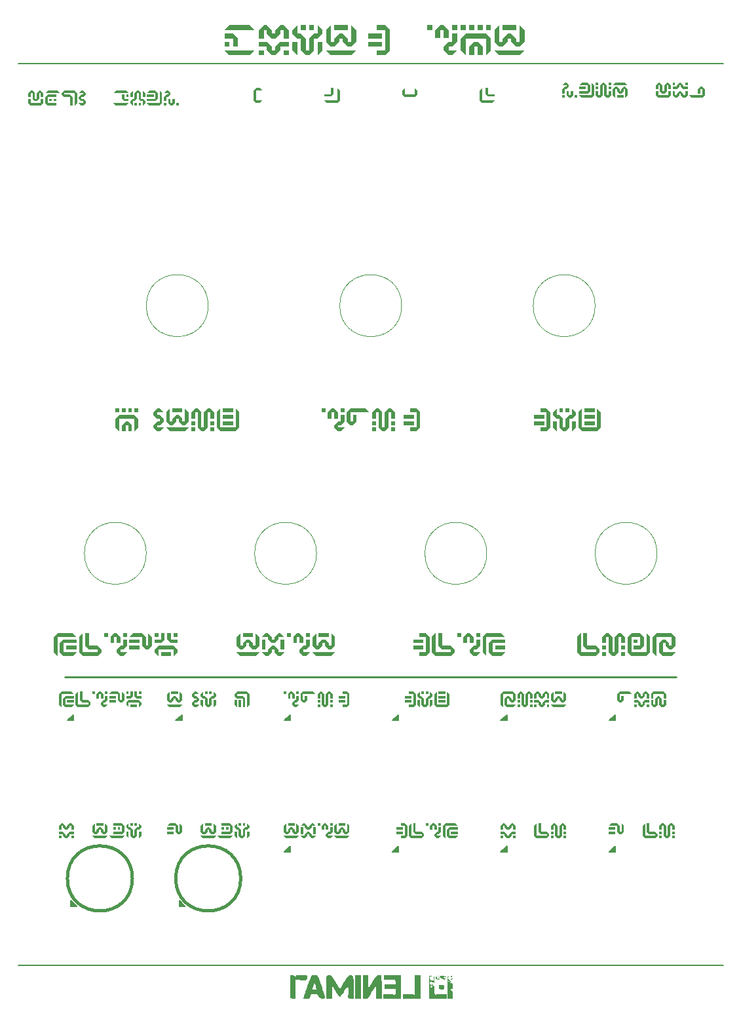
<source format=gbo>
G04 #@! TF.GenerationSoftware,KiCad,Pcbnew,8.0.5*
G04 #@! TF.CreationDate,2024-11-24T11:42:17+01:00*
G04 #@! TF.ProjectId,wolkje-panel,776f6c6b-6a65-42d7-9061-6e656c2e6b69,rev?*
G04 #@! TF.SameCoordinates,Original*
G04 #@! TF.FileFunction,Legend,Bot*
G04 #@! TF.FilePolarity,Positive*
%FSLAX46Y46*%
G04 Gerber Fmt 4.6, Leading zero omitted, Abs format (unit mm)*
G04 Created by KiCad (PCBNEW 8.0.5) date 2024-11-24 11:42:17*
%MOMM*%
%LPD*%
G01*
G04 APERTURE LIST*
%ADD10C,0.150000*%
%ADD11C,0.250000*%
%ADD12C,0.100000*%
%ADD13C,0.400000*%
%ADD14C,0.000000*%
%ADD15O,7.000000X3.200000*%
%ADD16C,7.200000*%
%ADD17C,6.200000*%
%ADD18C,5.700000*%
%ADD19C,5.200000*%
%ADD20C,3.500000*%
G04 APERTURE END LIST*
D10*
X49450000Y-163250000D02*
X140550000Y-163250000D01*
D11*
X55500000Y-126000000D02*
X134500000Y-126000000D01*
D10*
X140550000Y-46750000D02*
X49450000Y-46750000D01*
G36*
X106259594Y-145188688D02*
G01*
X105931332Y-144860425D01*
X104633914Y-144860425D01*
X104307117Y-145188688D01*
X104307117Y-146501737D01*
X104633914Y-146830000D01*
X104633914Y-145188688D01*
X106259594Y-145188688D01*
G37*
G36*
X106259594Y-145407529D02*
G01*
X105165386Y-145407529D01*
X104838589Y-145735792D01*
X104838589Y-146501737D01*
X105165386Y-146830000D01*
X105931332Y-146830000D01*
X106259594Y-146501737D01*
X105165386Y-146501737D01*
X105165386Y-145735792D01*
X106259594Y-145735792D01*
X106259594Y-145407529D01*
G37*
G36*
X106259594Y-145954633D02*
G01*
X105384228Y-145954633D01*
X105384228Y-146282896D01*
X106259594Y-146282896D01*
X106259594Y-145954633D01*
G37*
G36*
X104082902Y-144860425D02*
G01*
X103756105Y-144860425D01*
X103756105Y-145188688D01*
X104082902Y-145188688D01*
X104082902Y-144860425D01*
G37*
G36*
X102457222Y-144860425D02*
G01*
X102130425Y-144860425D01*
X102130425Y-145188688D01*
X102457222Y-145188688D01*
X102457222Y-144860425D01*
G37*
G36*
X103534333Y-145188688D02*
G01*
X103207536Y-144860425D01*
X102988694Y-144860425D01*
X102661897Y-145188688D01*
X102661897Y-145734815D01*
X102988694Y-145734815D01*
X102988694Y-145188688D01*
X103207536Y-145188688D01*
X103207536Y-145734815D01*
X103534333Y-145734815D01*
X103534333Y-145188688D01*
G37*
G36*
X104082902Y-145407041D02*
G01*
X103756105Y-145407041D01*
X103756105Y-145954633D01*
X103534333Y-145954633D01*
X103207536Y-146282896D01*
X103207536Y-146501737D01*
X103534333Y-146830000D01*
X103756105Y-146830000D01*
X104082902Y-146501737D01*
X103534333Y-146501737D01*
X103534333Y-146282896D01*
X103756105Y-146282896D01*
X104082902Y-145954633D01*
X104082902Y-145407041D01*
G37*
G36*
X100812002Y-144860425D02*
G01*
X100812002Y-145954633D01*
X101579413Y-145954633D01*
X101906210Y-146282896D01*
X101906210Y-146501737D01*
X101579413Y-146830000D01*
X100280529Y-146830000D01*
X99953732Y-146501737D01*
X99953732Y-145173056D01*
X100280529Y-144860425D01*
X100280529Y-146501737D01*
X101579413Y-146501737D01*
X101579413Y-146282896D01*
X100812002Y-146282896D01*
X100485205Y-145954633D01*
X100485205Y-144860425D01*
X100812002Y-144860425D01*
G37*
G36*
X99198045Y-145407529D02*
G01*
X98322679Y-145407529D01*
X98322679Y-145735792D01*
X99198045Y-145735792D01*
X99198045Y-145407529D01*
G37*
G36*
X99198045Y-145954633D02*
G01*
X98322679Y-145954633D01*
X98322679Y-146282896D01*
X99198045Y-146282896D01*
X99198045Y-145954633D01*
G37*
G36*
X98869783Y-144860425D02*
G01*
X98869783Y-145188688D01*
X99402721Y-145188688D01*
X99402721Y-146501737D01*
X98869783Y-146501737D01*
X98869783Y-146830000D01*
X99402721Y-146830000D01*
X99729517Y-146501737D01*
X99729517Y-145188688D01*
X99402721Y-144860425D01*
X98869783Y-144860425D01*
G37*
G36*
X113805512Y-41720851D02*
G01*
X112060641Y-41720851D01*
X112060641Y-42377376D01*
X113805512Y-42377376D01*
X113805512Y-41720851D01*
G37*
G36*
X110997696Y-45003475D02*
G01*
X111651290Y-45660000D01*
X114249057Y-45660000D01*
X114902651Y-45003475D01*
X110997696Y-45003475D01*
G37*
G36*
X114902651Y-42377376D02*
G01*
X114249057Y-41720851D01*
X114249057Y-43909267D01*
X113805512Y-43909267D01*
X113805512Y-43471584D01*
X113151918Y-42815059D01*
X112714235Y-42815059D01*
X112060641Y-43471584D01*
X112060641Y-43909267D01*
X111651290Y-43909267D01*
X111651290Y-41720851D01*
X110997696Y-42377376D01*
X110997696Y-43909267D01*
X111651290Y-44565792D01*
X112060641Y-44565792D01*
X112714235Y-43909267D01*
X112714235Y-43471584D01*
X113151918Y-43471584D01*
X113151918Y-43909267D01*
X113805512Y-44565792D01*
X114249057Y-44565792D01*
X114902651Y-43909267D01*
X114902651Y-42377376D01*
G37*
G36*
X110549266Y-41720851D02*
G01*
X109895673Y-41720851D01*
X109895673Y-42377376D01*
X110549266Y-42377376D01*
X110549266Y-41720851D01*
G37*
G36*
X109452128Y-41720851D02*
G01*
X108798534Y-41720851D01*
X108798534Y-42377376D01*
X109452128Y-42377376D01*
X109452128Y-41720851D01*
G37*
G36*
X108360851Y-41720851D02*
G01*
X107707257Y-41720851D01*
X107707257Y-42377376D01*
X108360851Y-42377376D01*
X108360851Y-41720851D01*
G37*
G36*
X107297906Y-41720851D02*
G01*
X106644312Y-41720851D01*
X106644312Y-42377376D01*
X107297906Y-42377376D01*
X107297906Y-41720851D01*
G37*
G36*
X109895673Y-45660000D02*
G01*
X110549266Y-45002498D01*
X110549266Y-43471584D01*
X109895673Y-42815059D01*
X107297906Y-42815059D01*
X106644312Y-43471584D01*
X106644312Y-45002498D01*
X107297906Y-45660000D01*
X107297906Y-43471584D01*
X109895673Y-43471584D01*
X109895673Y-45660000D01*
G37*
G36*
X109452128Y-45660000D02*
G01*
X109452128Y-44565792D01*
X108798534Y-43909267D01*
X108360851Y-43909267D01*
X107707257Y-44565792D01*
X107707257Y-45660000D01*
X108360851Y-45660000D01*
X108360851Y-44565792D01*
X108798534Y-44565792D01*
X108798534Y-45660000D01*
X109452128Y-45660000D01*
G37*
G36*
X106195882Y-41720851D02*
G01*
X105542288Y-41720851D01*
X105542288Y-42377376D01*
X106195882Y-42377376D01*
X106195882Y-41720851D01*
G37*
G36*
X102944521Y-41720851D02*
G01*
X102290927Y-41720851D01*
X102290927Y-42377376D01*
X102944521Y-42377376D01*
X102944521Y-41720851D01*
G37*
G36*
X105098743Y-42377376D02*
G01*
X104445149Y-41720851D01*
X104007466Y-41720851D01*
X103353872Y-42377376D01*
X103353872Y-43469630D01*
X104007466Y-43469630D01*
X104007466Y-42377376D01*
X104445149Y-42377376D01*
X104445149Y-43469630D01*
X105098743Y-43469630D01*
X105098743Y-42377376D01*
G37*
G36*
X106195882Y-42814082D02*
G01*
X105542288Y-42814082D01*
X105542288Y-43909267D01*
X105098743Y-43909267D01*
X104445149Y-44565792D01*
X104445149Y-45003475D01*
X105098743Y-45660000D01*
X105542288Y-45660000D01*
X106195882Y-45003475D01*
X105098743Y-45003475D01*
X105098743Y-44565792D01*
X105542288Y-44565792D01*
X106195882Y-43909267D01*
X106195882Y-42814082D01*
G37*
G36*
X96426168Y-42815059D02*
G01*
X94675435Y-42815059D01*
X94675435Y-43471584D01*
X96426168Y-43471584D01*
X96426168Y-42815059D01*
G37*
G36*
X96426168Y-43909267D02*
G01*
X94675435Y-43909267D01*
X94675435Y-44565792D01*
X96426168Y-44565792D01*
X96426168Y-43909267D01*
G37*
G36*
X95769643Y-41720851D02*
G01*
X95769643Y-42377376D01*
X96835519Y-42377376D01*
X96835519Y-45003475D01*
X95769643Y-45003475D01*
X95769643Y-45660000D01*
X96835519Y-45660000D01*
X97489113Y-45003475D01*
X97489113Y-42377376D01*
X96835519Y-41720851D01*
X95769643Y-41720851D01*
G37*
G36*
X92038590Y-41720851D02*
G01*
X90293719Y-41720851D01*
X90293719Y-42377376D01*
X92038590Y-42377376D01*
X92038590Y-41720851D01*
G37*
G36*
X89230774Y-45003475D02*
G01*
X89884368Y-45660000D01*
X92482135Y-45660000D01*
X93135728Y-45003475D01*
X89230774Y-45003475D01*
G37*
G36*
X93135728Y-42377376D02*
G01*
X92482135Y-41720851D01*
X92482135Y-43909267D01*
X92038590Y-43909267D01*
X92038590Y-43471584D01*
X91384996Y-42815059D01*
X90947313Y-42815059D01*
X90293719Y-43471584D01*
X90293719Y-43909267D01*
X89884368Y-43909267D01*
X89884368Y-41720851D01*
X89230774Y-42377376D01*
X89230774Y-43909267D01*
X89884368Y-44565792D01*
X90293719Y-44565792D01*
X90947313Y-43909267D01*
X90947313Y-43471584D01*
X91384996Y-43471584D01*
X91384996Y-43909267D01*
X92038590Y-44565792D01*
X92482135Y-44565792D01*
X93135728Y-43909267D01*
X93135728Y-42377376D01*
G37*
G36*
X87685205Y-41720851D02*
G01*
X87031611Y-41720851D01*
X87031611Y-42377376D01*
X87685205Y-42377376D01*
X87685205Y-41720851D01*
G37*
G36*
X86593928Y-41720851D02*
G01*
X85940334Y-41720851D01*
X85940334Y-42377376D01*
X86593928Y-42377376D01*
X86593928Y-41720851D01*
G37*
G36*
X88782344Y-43911221D02*
G01*
X88128750Y-43911221D01*
X88128750Y-45660000D01*
X88782344Y-45003475D01*
X88782344Y-43911221D01*
G37*
G36*
X85530983Y-43911221D02*
G01*
X84877389Y-43911221D01*
X84877389Y-45003475D01*
X85530983Y-45660000D01*
X85530983Y-43911221D01*
G37*
G36*
X88128750Y-42815059D02*
G01*
X87685205Y-42815059D01*
X87031611Y-43471584D01*
X87031611Y-45003475D01*
X86593928Y-45003475D01*
X86593928Y-43471584D01*
X85940334Y-42815059D01*
X85530983Y-42815059D01*
X85530983Y-41720851D01*
X84877389Y-42377376D01*
X84877389Y-42815059D01*
X85530983Y-43471584D01*
X85940334Y-43471584D01*
X85940334Y-45003475D01*
X86593928Y-45660000D01*
X87031611Y-45660000D01*
X87685205Y-45003475D01*
X87685205Y-43471584D01*
X88128750Y-43471584D01*
X88782344Y-42815059D01*
X88782344Y-42377376D01*
X88128750Y-41720851D01*
X88128750Y-42815059D01*
G37*
G36*
X84428959Y-45003475D02*
G01*
X83775366Y-45003475D01*
X83775366Y-45660000D01*
X84428959Y-45660000D01*
X84428959Y-45003475D01*
G37*
G36*
X81177599Y-45003475D02*
G01*
X80524005Y-45003475D01*
X80524005Y-45660000D01*
X81177599Y-45660000D01*
X81177599Y-45003475D01*
G37*
G36*
X84428959Y-43471584D02*
G01*
X84428959Y-42377376D01*
X83775366Y-41720851D01*
X83331821Y-41720851D01*
X82678227Y-42377376D01*
X82678227Y-42815059D01*
X82240544Y-42815059D01*
X82240544Y-42377376D01*
X81586950Y-41720851D01*
X81177599Y-41720851D01*
X80524005Y-42377376D01*
X80524005Y-43471584D01*
X81177599Y-43471584D01*
X81177599Y-42377376D01*
X81586950Y-42377376D01*
X81586950Y-42815059D01*
X82240544Y-43471584D01*
X82678227Y-43471584D01*
X83331821Y-42815059D01*
X83331821Y-42377376D01*
X83775366Y-42377376D01*
X83775366Y-43471584D01*
X84428959Y-43471584D01*
G37*
G36*
X84428959Y-43909267D02*
G01*
X83331821Y-43909267D01*
X82678227Y-44565792D01*
X82678227Y-45003475D01*
X82240544Y-45003475D01*
X82240544Y-44565792D01*
X81586950Y-43909267D01*
X80524005Y-43909267D01*
X80524005Y-44565792D01*
X81586950Y-44565792D01*
X81586950Y-45003475D01*
X82240544Y-45660000D01*
X82678227Y-45660000D01*
X83331821Y-45003475D01*
X83331821Y-44565792D01*
X84428959Y-44565792D01*
X84428959Y-43909267D01*
G37*
G36*
X80044312Y-42377376D02*
G01*
X79387787Y-41720851D01*
X76761688Y-41720851D01*
X76108094Y-42377376D01*
X80044312Y-42377376D01*
G37*
G36*
X76108094Y-45003475D02*
G01*
X76761688Y-45660000D01*
X79387787Y-45660000D01*
X80044312Y-45003475D01*
X76108094Y-45003475D01*
G37*
G36*
X77852965Y-44565792D02*
G01*
X77852965Y-43471584D01*
X77199371Y-42815059D01*
X76108094Y-42815059D01*
X76108094Y-43471584D01*
X77199371Y-43471584D01*
X77199371Y-44565792D01*
X77852965Y-44565792D01*
G37*
G36*
X76761688Y-43909267D02*
G01*
X76108094Y-43909267D01*
X76108094Y-44565792D01*
X76761688Y-44565792D01*
X76761688Y-43909267D01*
G37*
G36*
X91728122Y-128407529D02*
G01*
X90852755Y-128407529D01*
X90852755Y-128735792D01*
X91728122Y-128735792D01*
X91728122Y-128407529D01*
G37*
G36*
X91728122Y-128954633D02*
G01*
X90852755Y-128954633D01*
X90852755Y-129282896D01*
X91728122Y-129282896D01*
X91728122Y-128954633D01*
G37*
G36*
X91399859Y-127860425D02*
G01*
X91399859Y-128188688D01*
X91932797Y-128188688D01*
X91932797Y-129501737D01*
X91399859Y-129501737D01*
X91399859Y-129830000D01*
X91932797Y-129830000D01*
X92259594Y-129501737D01*
X92259594Y-128188688D01*
X91932797Y-127860425D01*
X91399859Y-127860425D01*
G37*
G36*
X90082902Y-128954633D02*
G01*
X89756105Y-128954633D01*
X89756105Y-129282896D01*
X90082902Y-129282896D01*
X90082902Y-128954633D01*
G37*
G36*
X90082902Y-129501737D02*
G01*
X89756105Y-129501737D01*
X89756105Y-129830000D01*
X90082902Y-129830000D01*
X90082902Y-129501737D01*
G37*
G36*
X88457222Y-128954633D02*
G01*
X88130425Y-128954633D01*
X88130425Y-129282896D01*
X88457222Y-129282896D01*
X88457222Y-128954633D01*
G37*
G36*
X88457222Y-129501737D02*
G01*
X88130425Y-129501737D01*
X88130425Y-129830000D01*
X88457222Y-129830000D01*
X88457222Y-129501737D01*
G37*
G36*
X90082902Y-128734815D02*
G01*
X90082902Y-128188688D01*
X89756105Y-127860425D01*
X89534333Y-127860425D01*
X89207536Y-128188688D01*
X89207536Y-129501737D01*
X88988694Y-129501737D01*
X88988694Y-128188688D01*
X88661897Y-127860425D01*
X88457222Y-127860425D01*
X88130425Y-128188688D01*
X88130425Y-128734815D01*
X88457222Y-128734815D01*
X88457222Y-128188688D01*
X88661897Y-128188688D01*
X88661897Y-129501737D01*
X88988694Y-129830000D01*
X89207536Y-129830000D01*
X89534333Y-129501737D01*
X89534333Y-128188688D01*
X89756105Y-128188688D01*
X89756105Y-128734815D01*
X90082902Y-128734815D01*
G37*
G36*
X87890578Y-128188688D02*
G01*
X87562316Y-127860425D01*
X86249266Y-127860425D01*
X85922469Y-128188688D01*
X85922469Y-128954633D01*
X86249266Y-129282896D01*
X86468108Y-129282896D01*
X86794905Y-128954633D01*
X86794905Y-128407041D01*
X86468108Y-128407041D01*
X86468108Y-128954633D01*
X86249266Y-128954633D01*
X86249266Y-128188688D01*
X87890578Y-128188688D01*
G37*
G36*
X85729517Y-127860425D02*
G01*
X85402721Y-127860425D01*
X85402721Y-128188688D01*
X85729517Y-128188688D01*
X85729517Y-127860425D01*
G37*
G36*
X84103837Y-127860425D02*
G01*
X83777040Y-127860425D01*
X83777040Y-128188688D01*
X84103837Y-128188688D01*
X84103837Y-127860425D01*
G37*
G36*
X85180948Y-128188688D02*
G01*
X84854151Y-127860425D01*
X84635310Y-127860425D01*
X84308513Y-128188688D01*
X84308513Y-128734815D01*
X84635310Y-128734815D01*
X84635310Y-128188688D01*
X84854151Y-128188688D01*
X84854151Y-128734815D01*
X85180948Y-128734815D01*
X85180948Y-128188688D01*
G37*
G36*
X85729517Y-128407041D02*
G01*
X85402721Y-128407041D01*
X85402721Y-128954633D01*
X85180948Y-128954633D01*
X84854151Y-129282896D01*
X84854151Y-129501737D01*
X85180948Y-129830000D01*
X85402721Y-129830000D01*
X85729517Y-129501737D01*
X85180948Y-129501737D01*
X85180948Y-129282896D01*
X85402721Y-129282896D01*
X85729517Y-128954633D01*
X85729517Y-128407041D01*
G37*
G36*
X134389392Y-120783032D02*
G01*
X133899196Y-120290638D01*
X131950871Y-120290638D01*
X131460676Y-120783032D01*
X131460676Y-122752606D01*
X131950871Y-123245000D01*
X131950871Y-120783032D01*
X133899196Y-120783032D01*
X133899196Y-121931950D01*
X133566537Y-121931950D01*
X133566537Y-121603688D01*
X133076342Y-121111294D01*
X132748080Y-121111294D01*
X132257884Y-121603688D01*
X132257884Y-122752606D01*
X132748080Y-123245000D01*
X133899196Y-123245000D01*
X134389392Y-122752606D01*
X132748080Y-122752606D01*
X132748080Y-121603688D01*
X133076342Y-121603688D01*
X133076342Y-121931950D01*
X133566537Y-122424344D01*
X133899196Y-122424344D01*
X134389392Y-121931950D01*
X134389392Y-120783032D01*
G37*
G36*
X131124353Y-120783032D02*
G01*
X130634158Y-120290638D01*
X130634158Y-122752606D01*
X128685833Y-122752606D01*
X128685833Y-120783032D01*
X129811304Y-120783032D01*
X129811304Y-121931950D01*
X128992846Y-121931950D01*
X128992846Y-122424344D01*
X129811304Y-122424344D01*
X130301499Y-121931950D01*
X130301499Y-120783032D01*
X129811304Y-120290638D01*
X128685833Y-120290638D01*
X128195637Y-120783032D01*
X128195637Y-122752606D01*
X128685833Y-123245000D01*
X130634158Y-123245000D01*
X131124353Y-122752606D01*
X131124353Y-120783032D01*
G37*
G36*
X129483041Y-121111294D02*
G01*
X128992846Y-121111294D01*
X128992846Y-121603688D01*
X129483041Y-121603688D01*
X129483041Y-121111294D01*
G37*
G36*
X127859315Y-121931950D02*
G01*
X127369119Y-121931950D01*
X127369119Y-122424344D01*
X127859315Y-122424344D01*
X127859315Y-121931950D01*
G37*
G36*
X127859315Y-122752606D02*
G01*
X127369119Y-122752606D01*
X127369119Y-123245000D01*
X127859315Y-123245000D01*
X127859315Y-122752606D01*
G37*
G36*
X125420794Y-121931950D02*
G01*
X124930599Y-121931950D01*
X124930599Y-122424344D01*
X125420794Y-122424344D01*
X125420794Y-121931950D01*
G37*
G36*
X125420794Y-122752606D02*
G01*
X124930599Y-122752606D01*
X124930599Y-123245000D01*
X125420794Y-123245000D01*
X125420794Y-122752606D01*
G37*
G36*
X127859315Y-121602222D02*
G01*
X127859315Y-120783032D01*
X127369119Y-120290638D01*
X127036461Y-120290638D01*
X126546265Y-120783032D01*
X126546265Y-122752606D01*
X126218003Y-122752606D01*
X126218003Y-120783032D01*
X125727808Y-120290638D01*
X125420794Y-120290638D01*
X124930599Y-120783032D01*
X124930599Y-121602222D01*
X125420794Y-121602222D01*
X125420794Y-120783032D01*
X125727808Y-120783032D01*
X125727808Y-122752606D01*
X126218003Y-123245000D01*
X126546265Y-123245000D01*
X127036461Y-122752606D01*
X127036461Y-120783032D01*
X127369119Y-120783032D01*
X127369119Y-121602222D01*
X127859315Y-121602222D01*
G37*
G36*
X122952965Y-120290638D02*
G01*
X122952965Y-121931950D01*
X124104081Y-121931950D01*
X124594276Y-122424344D01*
X124594276Y-122752606D01*
X124104081Y-123245000D01*
X122155756Y-123245000D01*
X121665560Y-122752606D01*
X121665560Y-120759584D01*
X122155756Y-120290638D01*
X122155756Y-122752606D01*
X124104081Y-122752606D01*
X124104081Y-122424344D01*
X122952965Y-122424344D01*
X122462769Y-121931950D01*
X122462769Y-120290638D01*
X122952965Y-120290638D01*
G37*
G36*
X123959664Y-91290638D02*
G01*
X122646614Y-91290638D01*
X122646614Y-91783032D01*
X123959664Y-91783032D01*
X123959664Y-91290638D01*
G37*
G36*
X123959664Y-92111294D02*
G01*
X122646614Y-92111294D01*
X122646614Y-92603688D01*
X123959664Y-92603688D01*
X123959664Y-92111294D01*
G37*
G36*
X123959664Y-92931950D02*
G01*
X122646614Y-92931950D01*
X122646614Y-93424344D01*
X123959664Y-93424344D01*
X123959664Y-92931950D01*
G37*
G36*
X124266677Y-93752606D02*
G01*
X122318352Y-93752606D01*
X122318352Y-91290638D01*
X121828157Y-91783032D01*
X121828157Y-93752606D01*
X122318352Y-94245000D01*
X124266677Y-94245000D01*
X124756873Y-93752606D01*
X124756873Y-91783032D01*
X124266677Y-91290638D01*
X124266677Y-93752606D01*
G37*
G36*
X120668980Y-91290638D02*
G01*
X120178785Y-91290638D01*
X120178785Y-91783032D01*
X120668980Y-91783032D01*
X120668980Y-91290638D01*
G37*
G36*
X119850522Y-91290638D02*
G01*
X119360327Y-91290638D01*
X119360327Y-91783032D01*
X119850522Y-91783032D01*
X119850522Y-91290638D01*
G37*
G36*
X121491834Y-92933415D02*
G01*
X121001639Y-92933415D01*
X121001639Y-94245000D01*
X121491834Y-93752606D01*
X121491834Y-92933415D01*
G37*
G36*
X119053314Y-92933415D02*
G01*
X118563118Y-92933415D01*
X118563118Y-93752606D01*
X119053314Y-94245000D01*
X119053314Y-92933415D01*
G37*
G36*
X121001639Y-92111294D02*
G01*
X120668980Y-92111294D01*
X120178785Y-92603688D01*
X120178785Y-93752606D01*
X119850522Y-93752606D01*
X119850522Y-92603688D01*
X119360327Y-92111294D01*
X119053314Y-92111294D01*
X119053314Y-91290638D01*
X118563118Y-91783032D01*
X118563118Y-92111294D01*
X119053314Y-92603688D01*
X119360327Y-92603688D01*
X119360327Y-93752606D01*
X119850522Y-94245000D01*
X120178785Y-94245000D01*
X120668980Y-93752606D01*
X120668980Y-92603688D01*
X121001639Y-92603688D01*
X121491834Y-92111294D01*
X121491834Y-91783032D01*
X121001639Y-91290638D01*
X121001639Y-92111294D01*
G37*
G36*
X117429587Y-92111294D02*
G01*
X116116538Y-92111294D01*
X116116538Y-92603688D01*
X117429587Y-92603688D01*
X117429587Y-92111294D01*
G37*
G36*
X117429587Y-92931950D02*
G01*
X116116538Y-92931950D01*
X116116538Y-93424344D01*
X117429587Y-93424344D01*
X117429587Y-92931950D01*
G37*
G36*
X116937194Y-91290638D02*
G01*
X116937194Y-91783032D01*
X117736600Y-91783032D01*
X117736600Y-93752606D01*
X116937194Y-93752606D01*
X116937194Y-94245000D01*
X117736600Y-94245000D01*
X118226796Y-93752606D01*
X118226796Y-91783032D01*
X117736600Y-91290638D01*
X116937194Y-91290638D01*
G37*
G36*
X120259594Y-145954633D02*
G01*
X119932797Y-145954633D01*
X119932797Y-146282896D01*
X120259594Y-146282896D01*
X120259594Y-145954633D01*
G37*
G36*
X120259594Y-146501737D02*
G01*
X119932797Y-146501737D01*
X119932797Y-146830000D01*
X120259594Y-146830000D01*
X120259594Y-146501737D01*
G37*
G36*
X118633914Y-145954633D02*
G01*
X118307117Y-145954633D01*
X118307117Y-146282896D01*
X118633914Y-146282896D01*
X118633914Y-145954633D01*
G37*
G36*
X118633914Y-146501737D02*
G01*
X118307117Y-146501737D01*
X118307117Y-146830000D01*
X118633914Y-146830000D01*
X118633914Y-146501737D01*
G37*
G36*
X120259594Y-145734815D02*
G01*
X120259594Y-145188688D01*
X119932797Y-144860425D01*
X119711025Y-144860425D01*
X119384228Y-145188688D01*
X119384228Y-146501737D01*
X119165386Y-146501737D01*
X119165386Y-145188688D01*
X118838589Y-144860425D01*
X118633914Y-144860425D01*
X118307117Y-145188688D01*
X118307117Y-145734815D01*
X118633914Y-145734815D01*
X118633914Y-145188688D01*
X118838589Y-145188688D01*
X118838589Y-146501737D01*
X119165386Y-146830000D01*
X119384228Y-146830000D01*
X119711025Y-146501737D01*
X119711025Y-145188688D01*
X119932797Y-145188688D01*
X119932797Y-145734815D01*
X120259594Y-145734815D01*
G37*
G36*
X116988694Y-144860425D02*
G01*
X116988694Y-145954633D01*
X117756105Y-145954633D01*
X118082902Y-146282896D01*
X118082902Y-146501737D01*
X117756105Y-146830000D01*
X116457222Y-146830000D01*
X116130425Y-146501737D01*
X116130425Y-145173056D01*
X116457222Y-144860425D01*
X116457222Y-146501737D01*
X117756105Y-146501737D01*
X117756105Y-146282896D01*
X116988694Y-146282896D01*
X116661897Y-145954633D01*
X116661897Y-144860425D01*
X116988694Y-144860425D01*
G37*
G36*
X113729517Y-146501737D02*
G01*
X113402721Y-146501737D01*
X113402721Y-146830000D01*
X113729517Y-146830000D01*
X113729517Y-146501737D01*
G37*
G36*
X112103837Y-146501737D02*
G01*
X111777040Y-146501737D01*
X111777040Y-146830000D01*
X112103837Y-146830000D01*
X112103837Y-146501737D01*
G37*
G36*
X113729517Y-145735792D02*
G01*
X113729517Y-145188688D01*
X113402721Y-144860425D01*
X113180948Y-144860425D01*
X112854151Y-145188688D01*
X112854151Y-145407529D01*
X112635310Y-145407529D01*
X112635310Y-145188688D01*
X112308513Y-144860425D01*
X112103837Y-144860425D01*
X111777040Y-145188688D01*
X111777040Y-145735792D01*
X112103837Y-145735792D01*
X112103837Y-145188688D01*
X112308513Y-145188688D01*
X112308513Y-145407529D01*
X112635310Y-145735792D01*
X112854151Y-145735792D01*
X113180948Y-145407529D01*
X113180948Y-145188688D01*
X113402721Y-145188688D01*
X113402721Y-145735792D01*
X113729517Y-145735792D01*
G37*
G36*
X113729517Y-145954633D02*
G01*
X113180948Y-145954633D01*
X112854151Y-146282896D01*
X112854151Y-146501737D01*
X112635310Y-146501737D01*
X112635310Y-146282896D01*
X112308513Y-145954633D01*
X111777040Y-145954633D01*
X111777040Y-146282896D01*
X112308513Y-146282896D01*
X112308513Y-146501737D01*
X112635310Y-146830000D01*
X112854151Y-146830000D01*
X113180948Y-146501737D01*
X113180948Y-146282896D01*
X113729517Y-146282896D01*
X113729517Y-145954633D01*
G37*
G36*
X100592183Y-92111294D02*
G01*
X99279133Y-92111294D01*
X99279133Y-92603688D01*
X100592183Y-92603688D01*
X100592183Y-92111294D01*
G37*
G36*
X100592183Y-92931950D02*
G01*
X99279133Y-92931950D01*
X99279133Y-93424344D01*
X100592183Y-93424344D01*
X100592183Y-92931950D01*
G37*
G36*
X100099789Y-91290638D02*
G01*
X100099789Y-91783032D01*
X100899196Y-91783032D01*
X100899196Y-93752606D01*
X100099789Y-93752606D01*
X100099789Y-94245000D01*
X100899196Y-94245000D01*
X101389392Y-93752606D01*
X101389392Y-91783032D01*
X100899196Y-91290638D01*
X100099789Y-91290638D01*
G37*
G36*
X98124353Y-92931950D02*
G01*
X97634158Y-92931950D01*
X97634158Y-93424344D01*
X98124353Y-93424344D01*
X98124353Y-92931950D01*
G37*
G36*
X98124353Y-93752606D02*
G01*
X97634158Y-93752606D01*
X97634158Y-94245000D01*
X98124353Y-94245000D01*
X98124353Y-93752606D01*
G37*
G36*
X95685833Y-92931950D02*
G01*
X95195637Y-92931950D01*
X95195637Y-93424344D01*
X95685833Y-93424344D01*
X95685833Y-92931950D01*
G37*
G36*
X95685833Y-93752606D02*
G01*
X95195637Y-93752606D01*
X95195637Y-94245000D01*
X95685833Y-94245000D01*
X95685833Y-93752606D01*
G37*
G36*
X98124353Y-92602222D02*
G01*
X98124353Y-91783032D01*
X97634158Y-91290638D01*
X97301499Y-91290638D01*
X96811304Y-91783032D01*
X96811304Y-93752606D01*
X96483041Y-93752606D01*
X96483041Y-91783032D01*
X95992846Y-91290638D01*
X95685833Y-91290638D01*
X95195637Y-91783032D01*
X95195637Y-92602222D01*
X95685833Y-92602222D01*
X95685833Y-91783032D01*
X95992846Y-91783032D01*
X95992846Y-93752606D01*
X96483041Y-94245000D01*
X96811304Y-94245000D01*
X97301499Y-93752606D01*
X97301499Y-91783032D01*
X97634158Y-91783032D01*
X97634158Y-92602222D01*
X98124353Y-92602222D01*
G37*
G36*
X94835868Y-91783032D02*
G01*
X94343474Y-91290638D01*
X92373900Y-91290638D01*
X91883704Y-91783032D01*
X91883704Y-92931950D01*
X92373900Y-93424344D01*
X92702162Y-93424344D01*
X93192357Y-92931950D01*
X93192357Y-92110561D01*
X92702162Y-92110561D01*
X92702162Y-92931950D01*
X92373900Y-92931950D01*
X92373900Y-91783032D01*
X94835868Y-91783032D01*
G37*
G36*
X91594276Y-91290638D02*
G01*
X91104081Y-91290638D01*
X91104081Y-91783032D01*
X91594276Y-91783032D01*
X91594276Y-91290638D01*
G37*
G36*
X89155756Y-91290638D02*
G01*
X88665560Y-91290638D01*
X88665560Y-91783032D01*
X89155756Y-91783032D01*
X89155756Y-91290638D01*
G37*
G36*
X90771422Y-91783032D02*
G01*
X90281227Y-91290638D01*
X89952965Y-91290638D01*
X89462769Y-91783032D01*
X89462769Y-92602222D01*
X89952965Y-92602222D01*
X89952965Y-91783032D01*
X90281227Y-91783032D01*
X90281227Y-92602222D01*
X90771422Y-92602222D01*
X90771422Y-91783032D01*
G37*
G36*
X91594276Y-92110561D02*
G01*
X91104081Y-92110561D01*
X91104081Y-92931950D01*
X90771422Y-92931950D01*
X90281227Y-93424344D01*
X90281227Y-93752606D01*
X90771422Y-94245000D01*
X91104081Y-94245000D01*
X91594276Y-93752606D01*
X90771422Y-93752606D01*
X90771422Y-93424344D01*
X91104081Y-93424344D01*
X91594276Y-92931950D01*
X91594276Y-92110561D01*
G37*
G36*
X70021911Y-120290638D02*
G01*
X69531715Y-120290638D01*
X69531715Y-120783032D01*
X70021911Y-120783032D01*
X70021911Y-120290638D01*
G37*
G36*
X67583390Y-120290638D02*
G01*
X67093195Y-120290638D01*
X67093195Y-120783032D01*
X67583390Y-120783032D01*
X67583390Y-120290638D01*
G37*
G36*
X69199056Y-120290638D02*
G01*
X68708861Y-120290638D01*
X68708861Y-121111294D01*
X69199056Y-121603688D01*
X70021911Y-121603688D01*
X70021911Y-121111294D01*
X69199056Y-121111294D01*
X69199056Y-120290638D01*
G37*
G36*
X68380599Y-120290638D02*
G01*
X67890403Y-120290638D01*
X67890403Y-121111294D01*
X67093195Y-121111294D01*
X67093195Y-121603688D01*
X67890403Y-121603688D01*
X68380599Y-121111294D01*
X68380599Y-120290638D01*
G37*
G36*
X69531715Y-123245000D02*
G01*
X70021911Y-122752606D01*
X70021911Y-122424344D01*
X69531715Y-121931950D01*
X67583390Y-121931950D01*
X67093195Y-122424344D01*
X67093195Y-122752606D01*
X67583390Y-123245000D01*
X67583390Y-122424344D01*
X69531715Y-122424344D01*
X69531715Y-123245000D01*
G37*
G36*
X69199056Y-122752606D02*
G01*
X67890403Y-122752606D01*
X67890403Y-123245000D01*
X69199056Y-123245000D01*
X69199056Y-122752606D01*
G37*
G36*
X66756872Y-120783032D02*
G01*
X66266677Y-120290638D01*
X66266677Y-121931950D01*
X65934018Y-121931950D01*
X65934018Y-120783032D01*
X65443823Y-120290638D01*
X64290508Y-120290638D01*
X63798114Y-120783032D01*
X65443823Y-120783032D01*
X65443823Y-121931950D01*
X65934018Y-122424344D01*
X66266677Y-122424344D01*
X66756872Y-121931950D01*
X66756872Y-120783032D01*
G37*
G36*
X65111164Y-121111294D02*
G01*
X63798114Y-121111294D01*
X63798114Y-121603688D01*
X65111164Y-121603688D01*
X65111164Y-121111294D01*
G37*
G36*
X65111164Y-121931950D02*
G01*
X63798114Y-121931950D01*
X63798114Y-122424344D01*
X65111164Y-122424344D01*
X65111164Y-121931950D01*
G37*
G36*
X63491834Y-120290638D02*
G01*
X63001638Y-120290638D01*
X63001638Y-120783032D01*
X63491834Y-120783032D01*
X63491834Y-120290638D01*
G37*
G36*
X61053313Y-120290638D02*
G01*
X60563118Y-120290638D01*
X60563118Y-120783032D01*
X61053313Y-120783032D01*
X61053313Y-120290638D01*
G37*
G36*
X62668980Y-120783032D02*
G01*
X62178784Y-120290638D01*
X61850522Y-120290638D01*
X61360327Y-120783032D01*
X61360327Y-121602222D01*
X61850522Y-121602222D01*
X61850522Y-120783032D01*
X62178784Y-120783032D01*
X62178784Y-121602222D01*
X62668980Y-121602222D01*
X62668980Y-120783032D01*
G37*
G36*
X63491834Y-121110561D02*
G01*
X63001638Y-121110561D01*
X63001638Y-121931950D01*
X62668980Y-121931950D01*
X62178784Y-122424344D01*
X62178784Y-122752606D01*
X62668980Y-123245000D01*
X63001638Y-123245000D01*
X63491834Y-122752606D01*
X62668980Y-122752606D01*
X62668980Y-122424344D01*
X63001638Y-122424344D01*
X63491834Y-121931950D01*
X63491834Y-121110561D01*
G37*
G36*
X58585484Y-120290638D02*
G01*
X58585484Y-121931950D01*
X59736600Y-121931950D01*
X60226795Y-122424344D01*
X60226795Y-122752606D01*
X59736600Y-123245000D01*
X57788275Y-123245000D01*
X57298079Y-122752606D01*
X57298079Y-120759584D01*
X57788275Y-120290638D01*
X57788275Y-122752606D01*
X59736600Y-122752606D01*
X59736600Y-122424344D01*
X58585484Y-122424344D01*
X58095288Y-121931950D01*
X58095288Y-120290638D01*
X58585484Y-120290638D01*
G37*
G36*
X56961757Y-120783032D02*
G01*
X56469364Y-120290638D01*
X54523237Y-120290638D01*
X54033041Y-120783032D01*
X54033041Y-122752606D01*
X54523237Y-123245000D01*
X54523237Y-120783032D01*
X56961757Y-120783032D01*
G37*
G36*
X56961757Y-121111294D02*
G01*
X55320445Y-121111294D01*
X54830250Y-121603688D01*
X54830250Y-122752606D01*
X55320445Y-123245000D01*
X56469364Y-123245000D01*
X56961757Y-122752606D01*
X55320445Y-122752606D01*
X55320445Y-121603688D01*
X56961757Y-121603688D01*
X56961757Y-121111294D01*
G37*
G36*
X56961757Y-121931950D02*
G01*
X55648708Y-121931950D01*
X55648708Y-122424344D01*
X56961757Y-122424344D01*
X56961757Y-121931950D01*
G37*
G36*
X61756036Y-51811311D02*
G01*
X62084299Y-52139574D01*
X63397348Y-52139574D01*
X63724145Y-51811311D01*
X61756036Y-51811311D01*
G37*
G36*
X63724145Y-50498262D02*
G01*
X63397348Y-50170000D01*
X62084299Y-50170000D01*
X61756036Y-50498262D01*
X63724145Y-50498262D01*
G37*
G36*
X62851710Y-50717103D02*
G01*
X62851710Y-51264207D01*
X63178507Y-51592470D01*
X63724145Y-51592470D01*
X63724145Y-51264207D01*
X63178507Y-51264207D01*
X63178507Y-50717103D01*
X62851710Y-50717103D01*
G37*
G36*
X63397348Y-51045366D02*
G01*
X63724145Y-51045366D01*
X63724145Y-50717103D01*
X63397348Y-50717103D01*
X63397348Y-51045366D01*
G37*
G36*
X64465666Y-52139574D02*
G01*
X64792463Y-52139574D01*
X64792463Y-51811311D01*
X64465666Y-51811311D01*
X64465666Y-52139574D01*
G37*
G36*
X65011305Y-52139574D02*
G01*
X65338102Y-52139574D01*
X65338102Y-51811311D01*
X65011305Y-51811311D01*
X65011305Y-52139574D01*
G37*
G36*
X63917097Y-51044389D02*
G01*
X64243894Y-51044389D01*
X64243894Y-50170000D01*
X63917097Y-50498262D01*
X63917097Y-51044389D01*
G37*
G36*
X65542777Y-51044389D02*
G01*
X65869574Y-51044389D01*
X65869574Y-50498262D01*
X65542777Y-50170000D01*
X65542777Y-51044389D01*
G37*
G36*
X64243894Y-51592470D02*
G01*
X64465666Y-51592470D01*
X64792463Y-51264207D01*
X64792463Y-50498262D01*
X65011305Y-50498262D01*
X65011305Y-51264207D01*
X65338102Y-51592470D01*
X65542777Y-51592470D01*
X65542777Y-52139574D01*
X65869574Y-51811311D01*
X65869574Y-51592470D01*
X65542777Y-51264207D01*
X65338102Y-51264207D01*
X65338102Y-50498262D01*
X65011305Y-50170000D01*
X64792463Y-50170000D01*
X64465666Y-50498262D01*
X64465666Y-51264207D01*
X64243894Y-51264207D01*
X63917097Y-51592470D01*
X63917097Y-51811311D01*
X64243894Y-52139574D01*
X64243894Y-51592470D01*
G37*
G36*
X66093789Y-51811311D02*
G01*
X66422052Y-52139574D01*
X67719470Y-52139574D01*
X68046267Y-51811311D01*
X68046267Y-50498262D01*
X67719470Y-50170000D01*
X67719470Y-51811311D01*
X66093789Y-51811311D01*
G37*
G36*
X66093789Y-51592470D02*
G01*
X67187997Y-51592470D01*
X67514794Y-51264207D01*
X67514794Y-50498262D01*
X67187997Y-50170000D01*
X66422052Y-50170000D01*
X66093789Y-50498262D01*
X67187997Y-50498262D01*
X67187997Y-51264207D01*
X66093789Y-51264207D01*
X66093789Y-51592470D01*
G37*
G36*
X66093789Y-51045366D02*
G01*
X66969156Y-51045366D01*
X66969156Y-50717103D01*
X66093789Y-50717103D01*
X66093789Y-51045366D01*
G37*
G36*
X68270482Y-52139574D02*
G01*
X68597278Y-52139574D01*
X68597278Y-51811311D01*
X68270482Y-51811311D01*
X68270482Y-52139574D01*
G37*
G36*
X69896162Y-52139574D02*
G01*
X70222959Y-52139574D01*
X70222959Y-51811311D01*
X69896162Y-51811311D01*
X69896162Y-52139574D01*
G37*
G36*
X68819051Y-51811311D02*
G01*
X69145848Y-52139574D01*
X69364689Y-52139574D01*
X69691486Y-51811311D01*
X69691486Y-51265184D01*
X69364689Y-51265184D01*
X69364689Y-51811311D01*
X69145848Y-51811311D01*
X69145848Y-51265184D01*
X68819051Y-51265184D01*
X68819051Y-51811311D01*
G37*
G36*
X68270482Y-51592958D02*
G01*
X68597278Y-51592958D01*
X68597278Y-51045366D01*
X68819051Y-51045366D01*
X69145848Y-50717103D01*
X69145848Y-50498262D01*
X68819051Y-50170000D01*
X68597278Y-50170000D01*
X68270482Y-50498262D01*
X68819051Y-50498262D01*
X68819051Y-50717103D01*
X68597278Y-50717103D01*
X68270482Y-51045366D01*
X68270482Y-51592958D01*
G37*
G36*
X100667759Y-49876057D02*
G01*
X100994556Y-50204319D01*
X100994556Y-50688897D01*
X100667759Y-51017159D01*
X99390369Y-51017159D01*
X99063572Y-50688897D01*
X99063572Y-50204319D01*
X99390369Y-49876057D01*
X99390369Y-50688897D01*
X100667759Y-50688897D01*
X100667759Y-49876057D01*
G37*
G36*
X131828751Y-50811311D02*
G01*
X132155548Y-51139574D01*
X133454431Y-51139574D01*
X133781228Y-50811311D01*
X133781228Y-50264207D01*
X133454431Y-50264207D01*
X133454431Y-50811311D01*
X132155548Y-50811311D01*
X132155548Y-50264207D01*
X131828751Y-50264207D01*
X131828751Y-50811311D01*
G37*
G36*
X131828751Y-50044389D02*
G01*
X132155548Y-50044389D01*
X132155548Y-49498262D01*
X132377320Y-49498262D01*
X132377320Y-50264207D01*
X132704117Y-50592470D01*
X132922959Y-50592470D01*
X133249756Y-50264207D01*
X133249756Y-49498262D01*
X133454431Y-49498262D01*
X133454431Y-50044389D01*
X133781228Y-50044389D01*
X133781228Y-49498262D01*
X133454431Y-49170000D01*
X133249756Y-49170000D01*
X132922959Y-49498262D01*
X132922959Y-50264207D01*
X132704117Y-50264207D01*
X132704117Y-49498262D01*
X132377320Y-49170000D01*
X132155548Y-49170000D01*
X131828751Y-49498262D01*
X131828751Y-50044389D01*
G37*
G36*
X134005443Y-49498262D02*
G01*
X134332240Y-49498262D01*
X134332240Y-49170000D01*
X134005443Y-49170000D01*
X134005443Y-49498262D01*
G37*
G36*
X135631123Y-49498262D02*
G01*
X135957920Y-49498262D01*
X135957920Y-49170000D01*
X135631123Y-49170000D01*
X135631123Y-49498262D01*
G37*
G36*
X134005443Y-50264207D02*
G01*
X134005443Y-50811311D01*
X134332240Y-51139574D01*
X134554012Y-51139574D01*
X134880809Y-50811311D01*
X134880809Y-50592470D01*
X135099651Y-50592470D01*
X135099651Y-50811311D01*
X135426448Y-51139574D01*
X135631123Y-51139574D01*
X135957920Y-50811311D01*
X135957920Y-50264207D01*
X135631123Y-50264207D01*
X135631123Y-50811311D01*
X135426448Y-50811311D01*
X135426448Y-50592470D01*
X135099651Y-50264207D01*
X134880809Y-50264207D01*
X134554012Y-50592470D01*
X134554012Y-50811311D01*
X134332240Y-50811311D01*
X134332240Y-50264207D01*
X134005443Y-50264207D01*
G37*
G36*
X134005443Y-50045366D02*
G01*
X134554012Y-50045366D01*
X134880809Y-49717103D01*
X134880809Y-49498262D01*
X135099651Y-49498262D01*
X135099651Y-49717103D01*
X135426448Y-50045366D01*
X135957920Y-50045366D01*
X135957920Y-49717103D01*
X135426448Y-49717103D01*
X135426448Y-49498262D01*
X135099651Y-49170000D01*
X134880809Y-49170000D01*
X134554012Y-49498262D01*
X134554012Y-49717103D01*
X134005443Y-49717103D01*
X134005443Y-50045366D01*
G37*
G36*
X136197767Y-50811311D02*
G01*
X136526029Y-51139574D01*
X137839079Y-51139574D01*
X138165876Y-50811311D01*
X138165876Y-50045366D01*
X137839079Y-49717103D01*
X137620237Y-49717103D01*
X137293440Y-50045366D01*
X137293440Y-50592958D01*
X137620237Y-50592958D01*
X137620237Y-50045366D01*
X137839079Y-50045366D01*
X137839079Y-50811311D01*
X136197767Y-50811311D01*
G37*
G36*
X64799371Y-144860425D02*
G01*
X64472574Y-144860425D01*
X64472574Y-145188688D01*
X64799371Y-145188688D01*
X64799371Y-144860425D01*
G37*
G36*
X64253732Y-144860425D02*
G01*
X63926935Y-144860425D01*
X63926935Y-145188688D01*
X64253732Y-145188688D01*
X64253732Y-144860425D01*
G37*
G36*
X65347940Y-145955610D02*
G01*
X65021143Y-145955610D01*
X65021143Y-146830000D01*
X65347940Y-146501737D01*
X65347940Y-145955610D01*
G37*
G36*
X63722260Y-145955610D02*
G01*
X63395463Y-145955610D01*
X63395463Y-146501737D01*
X63722260Y-146830000D01*
X63722260Y-145955610D01*
G37*
G36*
X65021143Y-145407529D02*
G01*
X64799371Y-145407529D01*
X64472574Y-145735792D01*
X64472574Y-146501737D01*
X64253732Y-146501737D01*
X64253732Y-145735792D01*
X63926935Y-145407529D01*
X63722260Y-145407529D01*
X63722260Y-144860425D01*
X63395463Y-145188688D01*
X63395463Y-145407529D01*
X63722260Y-145735792D01*
X63926935Y-145735792D01*
X63926935Y-146501737D01*
X64253732Y-146830000D01*
X64472574Y-146830000D01*
X64799371Y-146501737D01*
X64799371Y-145735792D01*
X65021143Y-145735792D01*
X65347940Y-145407529D01*
X65347940Y-145188688D01*
X65021143Y-144860425D01*
X65021143Y-145407529D01*
G37*
G36*
X61217305Y-146501737D02*
G01*
X61529936Y-146830000D01*
X62844451Y-146830000D01*
X63171248Y-146501737D01*
X61217305Y-146501737D01*
G37*
G36*
X62622679Y-145407529D02*
G01*
X62295882Y-145407529D01*
X62295882Y-145735792D01*
X62622679Y-145735792D01*
X62622679Y-145407529D01*
G37*
G36*
X62077040Y-145407529D02*
G01*
X61750243Y-145407529D01*
X61750243Y-145735792D01*
X62077040Y-145735792D01*
X62077040Y-145407529D01*
G37*
G36*
X61750243Y-144860425D02*
G01*
X61750243Y-145188688D01*
X62844451Y-145188688D01*
X62844451Y-145954633D01*
X61750243Y-145954633D01*
X61750243Y-146282896D01*
X62844451Y-146282896D01*
X63171248Y-145954633D01*
X63171248Y-145188688D01*
X62844451Y-144860425D01*
X61750243Y-144860425D01*
G37*
G36*
X60445986Y-144860425D02*
G01*
X59573551Y-144860425D01*
X59573551Y-145188688D01*
X60445986Y-145188688D01*
X60445986Y-144860425D01*
G37*
G36*
X59042078Y-146501737D02*
G01*
X59368875Y-146830000D01*
X60667759Y-146830000D01*
X60994556Y-146501737D01*
X59042078Y-146501737D01*
G37*
G36*
X60994556Y-145188688D02*
G01*
X60667759Y-144860425D01*
X60667759Y-145954633D01*
X60445986Y-145954633D01*
X60445986Y-145735792D01*
X60119189Y-145407529D01*
X59900348Y-145407529D01*
X59573551Y-145735792D01*
X59573551Y-145954633D01*
X59368875Y-145954633D01*
X59368875Y-144860425D01*
X59042078Y-145188688D01*
X59042078Y-145954633D01*
X59368875Y-146282896D01*
X59573551Y-146282896D01*
X59900348Y-145954633D01*
X59900348Y-145735792D01*
X60119189Y-145735792D01*
X60119189Y-145954633D01*
X60445986Y-146282896D01*
X60667759Y-146282896D01*
X60994556Y-145954633D01*
X60994556Y-145188688D01*
G37*
G36*
X56641171Y-146501737D02*
G01*
X56314374Y-146501737D01*
X56314374Y-146830000D01*
X56641171Y-146830000D01*
X56641171Y-146501737D01*
G37*
G36*
X55015491Y-146501737D02*
G01*
X54688694Y-146501737D01*
X54688694Y-146830000D01*
X55015491Y-146830000D01*
X55015491Y-146501737D01*
G37*
G36*
X56641171Y-145735792D02*
G01*
X56641171Y-145188688D01*
X56314374Y-144860425D01*
X56092602Y-144860425D01*
X55765805Y-145188688D01*
X55765805Y-145407529D01*
X55546963Y-145407529D01*
X55546963Y-145188688D01*
X55220166Y-144860425D01*
X55015491Y-144860425D01*
X54688694Y-145188688D01*
X54688694Y-145735792D01*
X55015491Y-145735792D01*
X55015491Y-145188688D01*
X55220166Y-145188688D01*
X55220166Y-145407529D01*
X55546963Y-145735792D01*
X55765805Y-145735792D01*
X56092602Y-145407529D01*
X56092602Y-145188688D01*
X56314374Y-145188688D01*
X56314374Y-145735792D01*
X56641171Y-145735792D01*
G37*
G36*
X56641171Y-145954633D02*
G01*
X56092602Y-145954633D01*
X55765805Y-146282896D01*
X55765805Y-146501737D01*
X55546963Y-146501737D01*
X55546963Y-146282896D01*
X55220166Y-145954633D01*
X54688694Y-145954633D01*
X54688694Y-146282896D01*
X55220166Y-146282896D01*
X55220166Y-146501737D01*
X55546963Y-146830000D01*
X55765805Y-146830000D01*
X56092602Y-146501737D01*
X56092602Y-146282896D01*
X56641171Y-146282896D01*
X56641171Y-145954633D01*
G37*
G36*
X79347940Y-128188688D02*
G01*
X79021143Y-127860425D01*
X77722260Y-127860425D01*
X77395463Y-128188688D01*
X77395463Y-128407529D01*
X77722260Y-128735792D01*
X78472574Y-128735792D01*
X78472574Y-129830000D01*
X78799371Y-129830000D01*
X78799371Y-128735792D01*
X78472574Y-128407529D01*
X77722260Y-128407529D01*
X77722260Y-128188688D01*
X79021143Y-128188688D01*
X79021143Y-129830000D01*
X79347940Y-129501737D01*
X79347940Y-128188688D01*
G37*
G36*
X78253732Y-128954633D02*
G01*
X77926935Y-128954633D01*
X77926935Y-129830000D01*
X78253732Y-129830000D01*
X78253732Y-128954633D01*
G37*
G36*
X77722260Y-128954633D02*
G01*
X77395463Y-128954633D01*
X77395463Y-129501737D01*
X77722260Y-129830000D01*
X77722260Y-128954633D01*
G37*
G36*
X74445986Y-127860425D02*
G01*
X74119189Y-127860425D01*
X74119189Y-128188688D01*
X74445986Y-128188688D01*
X74445986Y-127860425D01*
G37*
G36*
X73900348Y-127860425D02*
G01*
X73573551Y-127860425D01*
X73573551Y-128188688D01*
X73900348Y-128188688D01*
X73900348Y-127860425D01*
G37*
G36*
X74994556Y-128955610D02*
G01*
X74667759Y-128955610D01*
X74667759Y-129830000D01*
X74994556Y-129501737D01*
X74994556Y-128955610D01*
G37*
G36*
X73368875Y-128955610D02*
G01*
X73042078Y-128955610D01*
X73042078Y-129501737D01*
X73368875Y-129830000D01*
X73368875Y-128955610D01*
G37*
G36*
X74667759Y-128407529D02*
G01*
X74445986Y-128407529D01*
X74119189Y-128735792D01*
X74119189Y-129501737D01*
X73900348Y-129501737D01*
X73900348Y-128735792D01*
X73573551Y-128407529D01*
X73368875Y-128407529D01*
X73368875Y-127860425D01*
X73042078Y-128188688D01*
X73042078Y-128407529D01*
X73368875Y-128735792D01*
X73573551Y-128735792D01*
X73573551Y-129501737D01*
X73900348Y-129830000D01*
X74119189Y-129830000D01*
X74445986Y-129501737D01*
X74445986Y-128735792D01*
X74667759Y-128735792D01*
X74994556Y-128407529D01*
X74994556Y-128188688D01*
X74667759Y-127860425D01*
X74667759Y-128407529D01*
G37*
G36*
X72817863Y-128188688D02*
G01*
X72491067Y-127860425D01*
X72269294Y-127860425D01*
X71942497Y-128173056D01*
X71942497Y-128407529D01*
X72269294Y-128735792D01*
X72491067Y-128735792D01*
X72491067Y-128954633D01*
X72269294Y-128954633D01*
X71942497Y-129298527D01*
X71942497Y-129501737D01*
X72269294Y-129830000D01*
X72491067Y-129830000D01*
X72817863Y-129501737D01*
X72269294Y-129501737D01*
X72269294Y-129282896D01*
X72491067Y-129282896D01*
X72817863Y-128954633D01*
X72817863Y-128735792D01*
X72491067Y-128407529D01*
X72269294Y-128407529D01*
X72269294Y-128188688D01*
X72817863Y-128188688D01*
G37*
G36*
X70092602Y-127860425D02*
G01*
X69220166Y-127860425D01*
X69220166Y-128188688D01*
X70092602Y-128188688D01*
X70092602Y-127860425D01*
G37*
G36*
X68688694Y-129501737D02*
G01*
X69015491Y-129830000D01*
X70314374Y-129830000D01*
X70641171Y-129501737D01*
X68688694Y-129501737D01*
G37*
G36*
X70641171Y-128188688D02*
G01*
X70314374Y-127860425D01*
X70314374Y-128954633D01*
X70092602Y-128954633D01*
X70092602Y-128735792D01*
X69765805Y-128407529D01*
X69546963Y-128407529D01*
X69220166Y-128735792D01*
X69220166Y-128954633D01*
X69015491Y-128954633D01*
X69015491Y-127860425D01*
X68688694Y-128188688D01*
X68688694Y-128954633D01*
X69015491Y-129282896D01*
X69220166Y-129282896D01*
X69546963Y-128954633D01*
X69546963Y-128735792D01*
X69765805Y-128735792D01*
X69765805Y-128954633D01*
X70092602Y-129282896D01*
X70314374Y-129282896D01*
X70641171Y-128954633D01*
X70641171Y-128188688D01*
G37*
G36*
X112389392Y-120783032D02*
G01*
X111896998Y-120290638D01*
X109950871Y-120290638D01*
X109460676Y-120783032D01*
X109460676Y-122752606D01*
X109950871Y-123245000D01*
X109950871Y-120783032D01*
X112389392Y-120783032D01*
G37*
G36*
X112389392Y-121111294D02*
G01*
X110748080Y-121111294D01*
X110257884Y-121603688D01*
X110257884Y-122752606D01*
X110748080Y-123245000D01*
X111896998Y-123245000D01*
X112389392Y-122752606D01*
X110748080Y-122752606D01*
X110748080Y-121603688D01*
X112389392Y-121603688D01*
X112389392Y-121111294D01*
G37*
G36*
X112389392Y-121931950D02*
G01*
X111076342Y-121931950D01*
X111076342Y-122424344D01*
X112389392Y-122424344D01*
X112389392Y-121931950D01*
G37*
G36*
X109124353Y-120290638D02*
G01*
X108634158Y-120290638D01*
X108634158Y-120783032D01*
X109124353Y-120783032D01*
X109124353Y-120290638D01*
G37*
G36*
X106685833Y-120290638D02*
G01*
X106195637Y-120290638D01*
X106195637Y-120783032D01*
X106685833Y-120783032D01*
X106685833Y-120290638D01*
G37*
G36*
X108301499Y-120783032D02*
G01*
X107811304Y-120290638D01*
X107483041Y-120290638D01*
X106992846Y-120783032D01*
X106992846Y-121602222D01*
X107483041Y-121602222D01*
X107483041Y-120783032D01*
X107811304Y-120783032D01*
X107811304Y-121602222D01*
X108301499Y-121602222D01*
X108301499Y-120783032D01*
G37*
G36*
X109124353Y-121110561D02*
G01*
X108634158Y-121110561D01*
X108634158Y-121931950D01*
X108301499Y-121931950D01*
X107811304Y-122424344D01*
X107811304Y-122752606D01*
X108301499Y-123245000D01*
X108634158Y-123245000D01*
X109124353Y-122752606D01*
X108301499Y-122752606D01*
X108301499Y-122424344D01*
X108634158Y-122424344D01*
X109124353Y-121931950D01*
X109124353Y-121110561D01*
G37*
G36*
X104218003Y-120290638D02*
G01*
X104218003Y-121931950D01*
X105369119Y-121931950D01*
X105859315Y-122424344D01*
X105859315Y-122752606D01*
X105369119Y-123245000D01*
X103420794Y-123245000D01*
X102930599Y-122752606D01*
X102930599Y-120759584D01*
X103420794Y-120290638D01*
X103420794Y-122752606D01*
X105369119Y-122752606D01*
X105369119Y-122424344D01*
X104218003Y-122424344D01*
X103727808Y-121931950D01*
X103727808Y-120290638D01*
X104218003Y-120290638D01*
G37*
G36*
X101797068Y-121111294D02*
G01*
X100484018Y-121111294D01*
X100484018Y-121603688D01*
X101797068Y-121603688D01*
X101797068Y-121111294D01*
G37*
G36*
X101797068Y-121931950D02*
G01*
X100484018Y-121931950D01*
X100484018Y-122424344D01*
X101797068Y-122424344D01*
X101797068Y-121931950D01*
G37*
G36*
X101304674Y-120290638D02*
G01*
X101304674Y-120783032D01*
X102104081Y-120783032D01*
X102104081Y-122752606D01*
X101304674Y-122752606D01*
X101304674Y-123245000D01*
X102104081Y-123245000D01*
X102594276Y-122752606D01*
X102594276Y-120783032D01*
X102104081Y-120290638D01*
X101304674Y-120290638D01*
G37*
G36*
X133171248Y-128188688D02*
G01*
X132844451Y-127860425D01*
X131545568Y-127860425D01*
X131218771Y-128188688D01*
X131218771Y-128735792D01*
X131545568Y-128735792D01*
X131545568Y-128188688D01*
X132844451Y-128188688D01*
X132844451Y-128735792D01*
X133171248Y-128735792D01*
X133171248Y-128188688D01*
G37*
G36*
X133171248Y-128955610D02*
G01*
X132844451Y-128955610D01*
X132844451Y-129501737D01*
X132622679Y-129501737D01*
X132622679Y-128735792D01*
X132295882Y-128407529D01*
X132077040Y-128407529D01*
X131750243Y-128735792D01*
X131750243Y-129501737D01*
X131545568Y-129501737D01*
X131545568Y-128955610D01*
X131218771Y-128955610D01*
X131218771Y-129501737D01*
X131545568Y-129830000D01*
X131750243Y-129830000D01*
X132077040Y-129501737D01*
X132077040Y-128735792D01*
X132295882Y-128735792D01*
X132295882Y-129501737D01*
X132622679Y-129830000D01*
X132844451Y-129830000D01*
X133171248Y-129501737D01*
X133171248Y-128955610D01*
G37*
G36*
X130994556Y-129501737D02*
G01*
X130667759Y-129501737D01*
X130667759Y-129830000D01*
X130994556Y-129830000D01*
X130994556Y-129501737D01*
G37*
G36*
X129368876Y-129501737D02*
G01*
X129042079Y-129501737D01*
X129042079Y-129830000D01*
X129368876Y-129830000D01*
X129368876Y-129501737D01*
G37*
G36*
X130994556Y-128735792D02*
G01*
X130994556Y-128188688D01*
X130667759Y-127860425D01*
X130445987Y-127860425D01*
X130119190Y-128188688D01*
X130119190Y-128407529D01*
X129900348Y-128407529D01*
X129900348Y-128188688D01*
X129573551Y-127860425D01*
X129368876Y-127860425D01*
X129042079Y-128188688D01*
X129042079Y-128735792D01*
X129368876Y-128735792D01*
X129368876Y-128188688D01*
X129573551Y-128188688D01*
X129573551Y-128407529D01*
X129900348Y-128735792D01*
X130119190Y-128735792D01*
X130445987Y-128407529D01*
X130445987Y-128188688D01*
X130667759Y-128188688D01*
X130667759Y-128735792D01*
X130994556Y-128735792D01*
G37*
G36*
X130994556Y-128954633D02*
G01*
X130445987Y-128954633D01*
X130119190Y-129282896D01*
X130119190Y-129501737D01*
X129900348Y-129501737D01*
X129900348Y-129282896D01*
X129573551Y-128954633D01*
X129042079Y-128954633D01*
X129042079Y-129282896D01*
X129573551Y-129282896D01*
X129573551Y-129501737D01*
X129900348Y-129830000D01*
X130119190Y-129830000D01*
X130445987Y-129501737D01*
X130445987Y-129282896D01*
X130994556Y-129282896D01*
X130994556Y-128954633D01*
G37*
G36*
X128802232Y-128188688D02*
G01*
X128473970Y-127860425D01*
X127160920Y-127860425D01*
X126834123Y-128188688D01*
X126834123Y-128954633D01*
X127160920Y-129282896D01*
X127379762Y-129282896D01*
X127706559Y-128954633D01*
X127706559Y-128407041D01*
X127379762Y-128407041D01*
X127379762Y-128954633D01*
X127160920Y-128954633D01*
X127160920Y-128188688D01*
X128802232Y-128188688D01*
G37*
G36*
X89566537Y-120290638D02*
G01*
X88257884Y-120290638D01*
X88257884Y-120783032D01*
X89566537Y-120783032D01*
X89566537Y-120290638D01*
G37*
G36*
X87460676Y-122752606D02*
G01*
X87950871Y-123245000D01*
X89899196Y-123245000D01*
X90389392Y-122752606D01*
X87460676Y-122752606D01*
G37*
G36*
X90389392Y-120783032D02*
G01*
X89899196Y-120290638D01*
X89899196Y-121931950D01*
X89566537Y-121931950D01*
X89566537Y-121603688D01*
X89076342Y-121111294D01*
X88748080Y-121111294D01*
X88257884Y-121603688D01*
X88257884Y-121931950D01*
X87950871Y-121931950D01*
X87950871Y-120290638D01*
X87460676Y-120783032D01*
X87460676Y-121931950D01*
X87950871Y-122424344D01*
X88257884Y-122424344D01*
X88748080Y-121931950D01*
X88748080Y-121603688D01*
X89076342Y-121603688D01*
X89076342Y-121931950D01*
X89566537Y-122424344D01*
X89899196Y-122424344D01*
X90389392Y-121931950D01*
X90389392Y-120783032D01*
G37*
G36*
X87124353Y-120290638D02*
G01*
X86634158Y-120290638D01*
X86634158Y-120783032D01*
X87124353Y-120783032D01*
X87124353Y-120290638D01*
G37*
G36*
X84685833Y-120290638D02*
G01*
X84195637Y-120290638D01*
X84195637Y-120783032D01*
X84685833Y-120783032D01*
X84685833Y-120290638D01*
G37*
G36*
X86301499Y-120783032D02*
G01*
X85811304Y-120290638D01*
X85483041Y-120290638D01*
X84992846Y-120783032D01*
X84992846Y-121602222D01*
X85483041Y-121602222D01*
X85483041Y-120783032D01*
X85811304Y-120783032D01*
X85811304Y-121602222D01*
X86301499Y-121602222D01*
X86301499Y-120783032D01*
G37*
G36*
X87124353Y-121110561D02*
G01*
X86634158Y-121110561D01*
X86634158Y-121931950D01*
X86301499Y-121931950D01*
X85811304Y-122424344D01*
X85811304Y-122752606D01*
X86301499Y-123245000D01*
X86634158Y-123245000D01*
X87124353Y-122752606D01*
X86301499Y-122752606D01*
X86301499Y-122424344D01*
X86634158Y-122424344D01*
X87124353Y-121931950D01*
X87124353Y-121110561D01*
G37*
G36*
X83859315Y-121111294D02*
G01*
X83369119Y-121111294D01*
X83369119Y-122424344D01*
X83859315Y-122424344D01*
X83859315Y-121111294D01*
G37*
G36*
X81420794Y-121111294D02*
G01*
X80930599Y-121111294D01*
X80930599Y-122424344D01*
X81420794Y-122424344D01*
X81420794Y-121111294D01*
G37*
G36*
X83859315Y-120783032D02*
G01*
X83369119Y-120290638D01*
X83036461Y-120290638D01*
X82546265Y-120783032D01*
X82546265Y-121111294D01*
X82218003Y-121111294D01*
X82218003Y-120783032D01*
X81727808Y-120290638D01*
X81420794Y-120290638D01*
X80930599Y-120783032D01*
X81727808Y-120783032D01*
X81727808Y-121111294D01*
X82218003Y-121603688D01*
X82546265Y-121603688D01*
X83036461Y-121111294D01*
X83036461Y-120783032D01*
X83859315Y-120783032D01*
G37*
G36*
X83036461Y-122752606D02*
G01*
X83036461Y-122424344D01*
X82546265Y-121931950D01*
X82218003Y-121931950D01*
X81727808Y-122424344D01*
X81727808Y-122752606D01*
X80930599Y-122752606D01*
X81420794Y-123245000D01*
X81727808Y-123245000D01*
X82218003Y-122752606D01*
X82218003Y-122424344D01*
X82546265Y-122424344D01*
X82546265Y-122752606D01*
X83036461Y-123245000D01*
X83369119Y-123245000D01*
X83859315Y-122752606D01*
X83036461Y-122752606D01*
G37*
G36*
X79771422Y-120290638D02*
G01*
X78462769Y-120290638D01*
X78462769Y-120783032D01*
X79771422Y-120783032D01*
X79771422Y-120290638D01*
G37*
G36*
X77665560Y-122752606D02*
G01*
X78155756Y-123245000D01*
X80104081Y-123245000D01*
X80594276Y-122752606D01*
X77665560Y-122752606D01*
G37*
G36*
X80594276Y-120783032D02*
G01*
X80104081Y-120290638D01*
X80104081Y-121931950D01*
X79771422Y-121931950D01*
X79771422Y-121603688D01*
X79281227Y-121111294D01*
X78952965Y-121111294D01*
X78462769Y-121603688D01*
X78462769Y-121931950D01*
X78155756Y-121931950D01*
X78155756Y-120290638D01*
X77665560Y-120783032D01*
X77665560Y-121931950D01*
X78155756Y-122424344D01*
X78462769Y-122424344D01*
X78952965Y-121931950D01*
X78952965Y-121603688D01*
X79281227Y-121603688D01*
X79281227Y-121931950D01*
X79771422Y-122424344D01*
X80104081Y-122424344D01*
X80594276Y-121931950D01*
X80594276Y-120783032D01*
G37*
G36*
X90667759Y-51501737D02*
G01*
X90667759Y-49860425D01*
X90994556Y-50185757D01*
X90994556Y-51501737D01*
X90667759Y-51830000D01*
X89353244Y-51830000D01*
X89040613Y-51501737D01*
X90667759Y-51501737D01*
G37*
G36*
X89040613Y-50673265D02*
G01*
X89854919Y-50673265D01*
X89854919Y-49860425D01*
X90181716Y-49860425D01*
X90181716Y-50673265D01*
X89854919Y-51001528D01*
X89040613Y-51001528D01*
X89040613Y-50673265D01*
G37*
G36*
X109368876Y-51501737D02*
G01*
X110994556Y-51501737D01*
X110669713Y-51830000D01*
X109368876Y-51830000D01*
X109042079Y-51501737D01*
X109042079Y-50185757D01*
X109368876Y-49860425D01*
X109368876Y-51501737D01*
G37*
G36*
X110181716Y-49860425D02*
G01*
X110181716Y-50673265D01*
X110994556Y-50673265D01*
X110994556Y-51001528D01*
X110181716Y-51001528D01*
X109854919Y-50673265D01*
X109854919Y-49860425D01*
X110181716Y-49860425D01*
G37*
G36*
X77224702Y-91290638D02*
G01*
X75911652Y-91290638D01*
X75911652Y-91783032D01*
X77224702Y-91783032D01*
X77224702Y-91290638D01*
G37*
G36*
X77224702Y-92111294D02*
G01*
X75911652Y-92111294D01*
X75911652Y-92603688D01*
X77224702Y-92603688D01*
X77224702Y-92111294D01*
G37*
G36*
X77224702Y-92931950D02*
G01*
X75911652Y-92931950D01*
X75911652Y-93424344D01*
X77224702Y-93424344D01*
X77224702Y-92931950D01*
G37*
G36*
X77531715Y-93752606D02*
G01*
X75583390Y-93752606D01*
X75583390Y-91290638D01*
X75093195Y-91783032D01*
X75093195Y-93752606D01*
X75583390Y-94245000D01*
X77531715Y-94245000D01*
X78021911Y-93752606D01*
X78021911Y-91783032D01*
X77531715Y-91290638D01*
X77531715Y-93752606D01*
G37*
G36*
X74756872Y-92931950D02*
G01*
X74266677Y-92931950D01*
X74266677Y-93424344D01*
X74756872Y-93424344D01*
X74756872Y-92931950D01*
G37*
G36*
X74756872Y-93752606D02*
G01*
X74266677Y-93752606D01*
X74266677Y-94245000D01*
X74756872Y-94245000D01*
X74756872Y-93752606D01*
G37*
G36*
X72318352Y-92931950D02*
G01*
X71828156Y-92931950D01*
X71828156Y-93424344D01*
X72318352Y-93424344D01*
X72318352Y-92931950D01*
G37*
G36*
X72318352Y-93752606D02*
G01*
X71828156Y-93752606D01*
X71828156Y-94245000D01*
X72318352Y-94245000D01*
X72318352Y-93752606D01*
G37*
G36*
X74756872Y-92602222D02*
G01*
X74756872Y-91783032D01*
X74266677Y-91290638D01*
X73934018Y-91290638D01*
X73443823Y-91783032D01*
X73443823Y-93752606D01*
X73115560Y-93752606D01*
X73115560Y-91783032D01*
X72625365Y-91290638D01*
X72318352Y-91290638D01*
X71828156Y-91783032D01*
X71828156Y-92602222D01*
X72318352Y-92602222D01*
X72318352Y-91783032D01*
X72625365Y-91783032D01*
X72625365Y-93752606D01*
X73115560Y-94245000D01*
X73443823Y-94245000D01*
X73934018Y-93752606D01*
X73934018Y-91783032D01*
X74266677Y-91783032D01*
X74266677Y-92602222D01*
X74756872Y-92602222D01*
G37*
G36*
X70668980Y-91290638D02*
G01*
X69360327Y-91290638D01*
X69360327Y-91783032D01*
X70668980Y-91783032D01*
X70668980Y-91290638D01*
G37*
G36*
X68563118Y-93752606D02*
G01*
X69053313Y-94245000D01*
X71001638Y-94245000D01*
X71491834Y-93752606D01*
X68563118Y-93752606D01*
G37*
G36*
X71491834Y-91783032D02*
G01*
X71001638Y-91290638D01*
X71001638Y-92931950D01*
X70668980Y-92931950D01*
X70668980Y-92603688D01*
X70178784Y-92111294D01*
X69850522Y-92111294D01*
X69360327Y-92603688D01*
X69360327Y-92931950D01*
X69053313Y-92931950D01*
X69053313Y-91290638D01*
X68563118Y-91783032D01*
X68563118Y-92931950D01*
X69053313Y-93424344D01*
X69360327Y-93424344D01*
X69850522Y-92931950D01*
X69850522Y-92603688D01*
X70178784Y-92603688D01*
X70178784Y-92931950D01*
X70668980Y-93424344D01*
X71001638Y-93424344D01*
X71491834Y-92931950D01*
X71491834Y-91783032D01*
G37*
G36*
X68226795Y-91783032D02*
G01*
X67736600Y-91290638D01*
X67403941Y-91290638D01*
X66913746Y-91759584D01*
X66913746Y-92111294D01*
X67403941Y-92603688D01*
X67736600Y-92603688D01*
X67736600Y-92931950D01*
X67403941Y-92931950D01*
X66913746Y-93447791D01*
X66913746Y-93752606D01*
X67403941Y-94245000D01*
X67736600Y-94245000D01*
X68226795Y-93752606D01*
X67403941Y-93752606D01*
X67403941Y-93424344D01*
X67736600Y-93424344D01*
X68226795Y-92931950D01*
X68226795Y-92603688D01*
X67736600Y-92111294D01*
X67403941Y-92111294D01*
X67403941Y-91783032D01*
X68226795Y-91783032D01*
G37*
G36*
X64961757Y-91290638D02*
G01*
X64471562Y-91290638D01*
X64471562Y-91783032D01*
X64961757Y-91783032D01*
X64961757Y-91290638D01*
G37*
G36*
X64138903Y-91290638D02*
G01*
X63648708Y-91290638D01*
X63648708Y-91783032D01*
X64138903Y-91783032D01*
X64138903Y-91290638D01*
G37*
G36*
X63320445Y-91290638D02*
G01*
X62830250Y-91290638D01*
X62830250Y-91783032D01*
X63320445Y-91783032D01*
X63320445Y-91290638D01*
G37*
G36*
X62523237Y-91290638D02*
G01*
X62033041Y-91290638D01*
X62033041Y-91783032D01*
X62523237Y-91783032D01*
X62523237Y-91290638D01*
G37*
G36*
X64471562Y-94245000D02*
G01*
X64961757Y-93751873D01*
X64961757Y-92603688D01*
X64471562Y-92111294D01*
X62523237Y-92111294D01*
X62033041Y-92603688D01*
X62033041Y-93751873D01*
X62523237Y-94245000D01*
X62523237Y-92603688D01*
X64471562Y-92603688D01*
X64471562Y-94245000D01*
G37*
G36*
X64138903Y-94245000D02*
G01*
X64138903Y-93424344D01*
X63648708Y-92931950D01*
X63320445Y-92931950D01*
X62830250Y-93424344D01*
X62830250Y-94245000D01*
X63320445Y-94245000D01*
X63320445Y-93424344D01*
X63648708Y-93424344D01*
X63648708Y-94245000D01*
X64138903Y-94245000D01*
G37*
G36*
X119711025Y-127860425D02*
G01*
X118838589Y-127860425D01*
X118838589Y-128188688D01*
X119711025Y-128188688D01*
X119711025Y-127860425D01*
G37*
G36*
X118307117Y-129501737D02*
G01*
X118633914Y-129830000D01*
X119932797Y-129830000D01*
X120259594Y-129501737D01*
X118307117Y-129501737D01*
G37*
G36*
X120259594Y-128188688D02*
G01*
X119932797Y-127860425D01*
X119932797Y-128954633D01*
X119711025Y-128954633D01*
X119711025Y-128735792D01*
X119384228Y-128407529D01*
X119165386Y-128407529D01*
X118838589Y-128735792D01*
X118838589Y-128954633D01*
X118633914Y-128954633D01*
X118633914Y-127860425D01*
X118307117Y-128188688D01*
X118307117Y-128954633D01*
X118633914Y-129282896D01*
X118838589Y-129282896D01*
X119165386Y-128954633D01*
X119165386Y-128735792D01*
X119384228Y-128735792D01*
X119384228Y-128954633D01*
X119711025Y-129282896D01*
X119932797Y-129282896D01*
X120259594Y-128954633D01*
X120259594Y-128188688D01*
G37*
G36*
X118082902Y-129501737D02*
G01*
X117756105Y-129501737D01*
X117756105Y-129830000D01*
X118082902Y-129830000D01*
X118082902Y-129501737D01*
G37*
G36*
X116457222Y-129501737D02*
G01*
X116130425Y-129501737D01*
X116130425Y-129830000D01*
X116457222Y-129830000D01*
X116457222Y-129501737D01*
G37*
G36*
X118082902Y-128735792D02*
G01*
X118082902Y-128188688D01*
X117756105Y-127860425D01*
X117534333Y-127860425D01*
X117207536Y-128188688D01*
X117207536Y-128407529D01*
X116988694Y-128407529D01*
X116988694Y-128188688D01*
X116661897Y-127860425D01*
X116457222Y-127860425D01*
X116130425Y-128188688D01*
X116130425Y-128735792D01*
X116457222Y-128735792D01*
X116457222Y-128188688D01*
X116661897Y-128188688D01*
X116661897Y-128407529D01*
X116988694Y-128735792D01*
X117207536Y-128735792D01*
X117534333Y-128407529D01*
X117534333Y-128188688D01*
X117756105Y-128188688D01*
X117756105Y-128735792D01*
X118082902Y-128735792D01*
G37*
G36*
X118082902Y-128954633D02*
G01*
X117534333Y-128954633D01*
X117207536Y-129282896D01*
X117207536Y-129501737D01*
X116988694Y-129501737D01*
X116988694Y-129282896D01*
X116661897Y-128954633D01*
X116130425Y-128954633D01*
X116130425Y-129282896D01*
X116661897Y-129282896D01*
X116661897Y-129501737D01*
X116988694Y-129830000D01*
X117207536Y-129830000D01*
X117534333Y-129501737D01*
X117534333Y-129282896D01*
X118082902Y-129282896D01*
X118082902Y-128954633D01*
G37*
G36*
X115906210Y-128954633D02*
G01*
X115579413Y-128954633D01*
X115579413Y-129282896D01*
X115906210Y-129282896D01*
X115906210Y-128954633D01*
G37*
G36*
X115906210Y-129501737D02*
G01*
X115579413Y-129501737D01*
X115579413Y-129830000D01*
X115906210Y-129830000D01*
X115906210Y-129501737D01*
G37*
G36*
X114280529Y-128954633D02*
G01*
X113953732Y-128954633D01*
X113953732Y-129282896D01*
X114280529Y-129282896D01*
X114280529Y-128954633D01*
G37*
G36*
X114280529Y-129501737D02*
G01*
X113953732Y-129501737D01*
X113953732Y-129830000D01*
X114280529Y-129830000D01*
X114280529Y-129501737D01*
G37*
G36*
X115906210Y-128734815D02*
G01*
X115906210Y-128188688D01*
X115579413Y-127860425D01*
X115357640Y-127860425D01*
X115030843Y-128188688D01*
X115030843Y-129501737D01*
X114812002Y-129501737D01*
X114812002Y-128188688D01*
X114485205Y-127860425D01*
X114280529Y-127860425D01*
X113953732Y-128188688D01*
X113953732Y-128734815D01*
X114280529Y-128734815D01*
X114280529Y-128188688D01*
X114485205Y-128188688D01*
X114485205Y-129501737D01*
X114812002Y-129830000D01*
X115030843Y-129830000D01*
X115357640Y-129501737D01*
X115357640Y-128188688D01*
X115579413Y-128188688D01*
X115579413Y-128734815D01*
X115906210Y-128734815D01*
G37*
G36*
X113729517Y-128188688D02*
G01*
X113402721Y-127860425D01*
X112103837Y-127860425D01*
X111777040Y-128188688D01*
X111777040Y-129501737D01*
X112103837Y-129830000D01*
X112103837Y-128188688D01*
X113402721Y-128188688D01*
X113402721Y-128954633D01*
X113180948Y-128954633D01*
X113180948Y-128735792D01*
X112854151Y-128407529D01*
X112635310Y-128407529D01*
X112308513Y-128735792D01*
X112308513Y-129501737D01*
X112635310Y-129830000D01*
X113402721Y-129830000D01*
X113729517Y-129501737D01*
X112635310Y-129501737D01*
X112635310Y-128735792D01*
X112854151Y-128735792D01*
X112854151Y-128954633D01*
X113180948Y-129282896D01*
X113402721Y-129282896D01*
X113729517Y-128954633D01*
X113729517Y-128188688D01*
G37*
G36*
X65347940Y-127860425D02*
G01*
X65021143Y-127860425D01*
X65021143Y-128188688D01*
X65347940Y-128188688D01*
X65347940Y-127860425D01*
G37*
G36*
X63722260Y-127860425D02*
G01*
X63395463Y-127860425D01*
X63395463Y-128188688D01*
X63722260Y-128188688D01*
X63722260Y-127860425D01*
G37*
G36*
X64799371Y-127860425D02*
G01*
X64472574Y-127860425D01*
X64472574Y-128407529D01*
X64799371Y-128735792D01*
X65347940Y-128735792D01*
X65347940Y-128407529D01*
X64799371Y-128407529D01*
X64799371Y-127860425D01*
G37*
G36*
X64253732Y-127860425D02*
G01*
X63926935Y-127860425D01*
X63926935Y-128407529D01*
X63395463Y-128407529D01*
X63395463Y-128735792D01*
X63926935Y-128735792D01*
X64253732Y-128407529D01*
X64253732Y-127860425D01*
G37*
G36*
X65021143Y-129830000D02*
G01*
X65347940Y-129501737D01*
X65347940Y-129282896D01*
X65021143Y-128954633D01*
X63722260Y-128954633D01*
X63395463Y-129282896D01*
X63395463Y-129501737D01*
X63722260Y-129830000D01*
X63722260Y-129282896D01*
X65021143Y-129282896D01*
X65021143Y-129830000D01*
G37*
G36*
X64799371Y-129501737D02*
G01*
X63926935Y-129501737D01*
X63926935Y-129830000D01*
X64799371Y-129830000D01*
X64799371Y-129501737D01*
G37*
G36*
X63171248Y-128188688D02*
G01*
X62844451Y-127860425D01*
X62844451Y-128954633D01*
X62622679Y-128954633D01*
X62622679Y-128188688D01*
X62295882Y-127860425D01*
X61527005Y-127860425D01*
X61198743Y-128188688D01*
X62295882Y-128188688D01*
X62295882Y-128954633D01*
X62622679Y-129282896D01*
X62844451Y-129282896D01*
X63171248Y-128954633D01*
X63171248Y-128188688D01*
G37*
G36*
X62074109Y-128407529D02*
G01*
X61198743Y-128407529D01*
X61198743Y-128735792D01*
X62074109Y-128735792D01*
X62074109Y-128407529D01*
G37*
G36*
X62074109Y-128954633D02*
G01*
X61198743Y-128954633D01*
X61198743Y-129282896D01*
X62074109Y-129282896D01*
X62074109Y-128954633D01*
G37*
G36*
X60994556Y-127860425D02*
G01*
X60667759Y-127860425D01*
X60667759Y-128188688D01*
X60994556Y-128188688D01*
X60994556Y-127860425D01*
G37*
G36*
X59368875Y-127860425D02*
G01*
X59042078Y-127860425D01*
X59042078Y-128188688D01*
X59368875Y-128188688D01*
X59368875Y-127860425D01*
G37*
G36*
X60445986Y-128188688D02*
G01*
X60119189Y-127860425D01*
X59900348Y-127860425D01*
X59573551Y-128188688D01*
X59573551Y-128734815D01*
X59900348Y-128734815D01*
X59900348Y-128188688D01*
X60119189Y-128188688D01*
X60119189Y-128734815D01*
X60445986Y-128734815D01*
X60445986Y-128188688D01*
G37*
G36*
X60994556Y-128407041D02*
G01*
X60667759Y-128407041D01*
X60667759Y-128954633D01*
X60445986Y-128954633D01*
X60119189Y-129282896D01*
X60119189Y-129501737D01*
X60445986Y-129830000D01*
X60667759Y-129830000D01*
X60994556Y-129501737D01*
X60445986Y-129501737D01*
X60445986Y-129282896D01*
X60667759Y-129282896D01*
X60994556Y-128954633D01*
X60994556Y-128407041D01*
G37*
G36*
X57723656Y-127860425D02*
G01*
X57723656Y-128954633D01*
X58491067Y-128954633D01*
X58817863Y-129282896D01*
X58817863Y-129501737D01*
X58491067Y-129830000D01*
X57192183Y-129830000D01*
X56865386Y-129501737D01*
X56865386Y-128173056D01*
X57192183Y-127860425D01*
X57192183Y-129501737D01*
X58491067Y-129501737D01*
X58491067Y-129282896D01*
X57723656Y-129282896D01*
X57396859Y-128954633D01*
X57396859Y-127860425D01*
X57723656Y-127860425D01*
G37*
G36*
X56641171Y-128188688D02*
G01*
X56312909Y-127860425D01*
X55015491Y-127860425D01*
X54688694Y-128188688D01*
X54688694Y-129501737D01*
X55015491Y-129830000D01*
X55015491Y-128188688D01*
X56641171Y-128188688D01*
G37*
G36*
X56641171Y-128407529D02*
G01*
X55546963Y-128407529D01*
X55220166Y-128735792D01*
X55220166Y-129501737D01*
X55546963Y-129830000D01*
X56312909Y-129830000D01*
X56641171Y-129501737D01*
X55546963Y-129501737D01*
X55546963Y-128735792D01*
X56641171Y-128735792D01*
X56641171Y-128407529D01*
G37*
G36*
X56641171Y-128954633D02*
G01*
X55765805Y-128954633D01*
X55765805Y-129282896D01*
X56641171Y-129282896D01*
X56641171Y-128954633D01*
G37*
G36*
X80994556Y-51501737D02*
G01*
X80669713Y-51830000D01*
X80181716Y-51830000D01*
X79854919Y-51501737D01*
X79854919Y-50188688D01*
X80181716Y-49860425D01*
X80669713Y-49860425D01*
X80994556Y-50188688D01*
X80181716Y-50188688D01*
X80181716Y-51501737D01*
X80994556Y-51501737D01*
G37*
G36*
X78799371Y-144860425D02*
G01*
X78472574Y-144860425D01*
X78472574Y-145188688D01*
X78799371Y-145188688D01*
X78799371Y-144860425D01*
G37*
G36*
X78253732Y-144860425D02*
G01*
X77926935Y-144860425D01*
X77926935Y-145188688D01*
X78253732Y-145188688D01*
X78253732Y-144860425D01*
G37*
G36*
X79347940Y-145955610D02*
G01*
X79021143Y-145955610D01*
X79021143Y-146830000D01*
X79347940Y-146501737D01*
X79347940Y-145955610D01*
G37*
G36*
X77722260Y-145955610D02*
G01*
X77395463Y-145955610D01*
X77395463Y-146501737D01*
X77722260Y-146830000D01*
X77722260Y-145955610D01*
G37*
G36*
X79021143Y-145407529D02*
G01*
X78799371Y-145407529D01*
X78472574Y-145735792D01*
X78472574Y-146501737D01*
X78253732Y-146501737D01*
X78253732Y-145735792D01*
X77926935Y-145407529D01*
X77722260Y-145407529D01*
X77722260Y-144860425D01*
X77395463Y-145188688D01*
X77395463Y-145407529D01*
X77722260Y-145735792D01*
X77926935Y-145735792D01*
X77926935Y-146501737D01*
X78253732Y-146830000D01*
X78472574Y-146830000D01*
X78799371Y-146501737D01*
X78799371Y-145735792D01*
X79021143Y-145735792D01*
X79347940Y-145407529D01*
X79347940Y-145188688D01*
X79021143Y-144860425D01*
X79021143Y-145407529D01*
G37*
G36*
X75217305Y-146501737D02*
G01*
X75529936Y-146830000D01*
X76844451Y-146830000D01*
X77171248Y-146501737D01*
X75217305Y-146501737D01*
G37*
G36*
X76622679Y-145407529D02*
G01*
X76295882Y-145407529D01*
X76295882Y-145735792D01*
X76622679Y-145735792D01*
X76622679Y-145407529D01*
G37*
G36*
X76077040Y-145407529D02*
G01*
X75750243Y-145407529D01*
X75750243Y-145735792D01*
X76077040Y-145735792D01*
X76077040Y-145407529D01*
G37*
G36*
X75750243Y-144860425D02*
G01*
X75750243Y-145188688D01*
X76844451Y-145188688D01*
X76844451Y-145954633D01*
X75750243Y-145954633D01*
X75750243Y-146282896D01*
X76844451Y-146282896D01*
X77171248Y-145954633D01*
X77171248Y-145188688D01*
X76844451Y-144860425D01*
X75750243Y-144860425D01*
G37*
G36*
X74445986Y-144860425D02*
G01*
X73573551Y-144860425D01*
X73573551Y-145188688D01*
X74445986Y-145188688D01*
X74445986Y-144860425D01*
G37*
G36*
X73042078Y-146501737D02*
G01*
X73368875Y-146830000D01*
X74667759Y-146830000D01*
X74994556Y-146501737D01*
X73042078Y-146501737D01*
G37*
G36*
X74994556Y-145188688D02*
G01*
X74667759Y-144860425D01*
X74667759Y-145954633D01*
X74445986Y-145954633D01*
X74445986Y-145735792D01*
X74119189Y-145407529D01*
X73900348Y-145407529D01*
X73573551Y-145735792D01*
X73573551Y-145954633D01*
X73368875Y-145954633D01*
X73368875Y-144860425D01*
X73042078Y-145188688D01*
X73042078Y-145954633D01*
X73368875Y-146282896D01*
X73573551Y-146282896D01*
X73900348Y-145954633D01*
X73900348Y-145735792D01*
X74119189Y-145735792D01*
X74119189Y-145954633D01*
X74445986Y-146282896D01*
X74667759Y-146282896D01*
X74994556Y-145954633D01*
X74994556Y-145188688D01*
G37*
G36*
X70641171Y-145188688D02*
G01*
X70314374Y-144860425D01*
X70314374Y-145954633D01*
X70092602Y-145954633D01*
X70092602Y-145188688D01*
X69765805Y-144860425D01*
X68996928Y-144860425D01*
X68668666Y-145188688D01*
X69765805Y-145188688D01*
X69765805Y-145954633D01*
X70092602Y-146282896D01*
X70314374Y-146282896D01*
X70641171Y-145954633D01*
X70641171Y-145188688D01*
G37*
G36*
X69544032Y-145407529D02*
G01*
X68668666Y-145407529D01*
X68668666Y-145735792D01*
X69544032Y-145735792D01*
X69544032Y-145407529D01*
G37*
G36*
X69544032Y-145954633D02*
G01*
X68668666Y-145954633D01*
X68668666Y-146282896D01*
X69544032Y-146282896D01*
X69544032Y-145954633D01*
G37*
G36*
X50740405Y-51811311D02*
G01*
X51067202Y-52139574D01*
X52366085Y-52139574D01*
X52692882Y-51811311D01*
X52692882Y-51264207D01*
X52366085Y-51264207D01*
X52366085Y-51811311D01*
X51067202Y-51811311D01*
X51067202Y-51264207D01*
X50740405Y-51264207D01*
X50740405Y-51811311D01*
G37*
G36*
X50740405Y-51044389D02*
G01*
X51067202Y-51044389D01*
X51067202Y-50498262D01*
X51288974Y-50498262D01*
X51288974Y-51264207D01*
X51615771Y-51592470D01*
X51834613Y-51592470D01*
X52161410Y-51264207D01*
X52161410Y-50498262D01*
X52366085Y-50498262D01*
X52366085Y-51044389D01*
X52692882Y-51044389D01*
X52692882Y-50498262D01*
X52366085Y-50170000D01*
X52161410Y-50170000D01*
X51834613Y-50498262D01*
X51834613Y-51264207D01*
X51615771Y-51264207D01*
X51615771Y-50498262D01*
X51288974Y-50170000D01*
X51067202Y-50170000D01*
X50740405Y-50498262D01*
X50740405Y-51044389D01*
G37*
G36*
X54871040Y-50498262D02*
G01*
X54558409Y-50170000D01*
X53243894Y-50170000D01*
X52917097Y-50498262D01*
X54871040Y-50498262D01*
G37*
G36*
X53465666Y-51592470D02*
G01*
X53792463Y-51592470D01*
X53792463Y-51264207D01*
X53465666Y-51264207D01*
X53465666Y-51592470D01*
G37*
G36*
X54011305Y-51592470D02*
G01*
X54338102Y-51592470D01*
X54338102Y-51264207D01*
X54011305Y-51264207D01*
X54011305Y-51592470D01*
G37*
G36*
X54338102Y-52139574D02*
G01*
X54338102Y-51811311D01*
X53243894Y-51811311D01*
X53243894Y-51045366D01*
X54338102Y-51045366D01*
X54338102Y-50717103D01*
X53243894Y-50717103D01*
X52917097Y-51045366D01*
X52917097Y-51811311D01*
X53243894Y-52139574D01*
X54338102Y-52139574D01*
G37*
G36*
X56187997Y-52139574D02*
G01*
X56187997Y-51045366D01*
X55420586Y-51045366D01*
X55093789Y-50717103D01*
X55093789Y-50498262D01*
X55420586Y-50170000D01*
X56719470Y-50170000D01*
X57046267Y-50498262D01*
X57046267Y-51826943D01*
X56719470Y-52139574D01*
X56719470Y-50498262D01*
X55420586Y-50498262D01*
X55420586Y-50717103D01*
X56187997Y-50717103D01*
X56514794Y-51045366D01*
X56514794Y-52139574D01*
X56187997Y-52139574D01*
G37*
G36*
X57270482Y-51811311D02*
G01*
X57597278Y-52139574D01*
X57819051Y-52139574D01*
X58145848Y-51826943D01*
X58145848Y-51592470D01*
X57819051Y-51264207D01*
X57597278Y-51264207D01*
X57597278Y-51045366D01*
X57819051Y-51045366D01*
X58145848Y-50701472D01*
X58145848Y-50498262D01*
X57819051Y-50170000D01*
X57597278Y-50170000D01*
X57270482Y-50498262D01*
X57819051Y-50498262D01*
X57819051Y-50717103D01*
X57597278Y-50717103D01*
X57270482Y-51045366D01*
X57270482Y-51264207D01*
X57597278Y-51592470D01*
X57819051Y-51592470D01*
X57819051Y-51811311D01*
X57270482Y-51811311D01*
G37*
G36*
X104639776Y-127860425D02*
G01*
X103764409Y-127860425D01*
X103764409Y-128188688D01*
X104639776Y-128188688D01*
X104639776Y-127860425D01*
G37*
G36*
X104639776Y-128407529D02*
G01*
X103764409Y-128407529D01*
X103764409Y-128735792D01*
X104639776Y-128735792D01*
X104639776Y-128407529D01*
G37*
G36*
X104639776Y-128954633D02*
G01*
X103764409Y-128954633D01*
X103764409Y-129282896D01*
X104639776Y-129282896D01*
X104639776Y-128954633D01*
G37*
G36*
X104844451Y-129501737D02*
G01*
X103545568Y-129501737D01*
X103545568Y-127860425D01*
X103218771Y-128188688D01*
X103218771Y-129501737D01*
X103545568Y-129830000D01*
X104844451Y-129830000D01*
X105171248Y-129501737D01*
X105171248Y-128188688D01*
X104844451Y-127860425D01*
X104844451Y-129501737D01*
G37*
G36*
X102445987Y-127860425D02*
G01*
X102119190Y-127860425D01*
X102119190Y-128188688D01*
X102445987Y-128188688D01*
X102445987Y-127860425D01*
G37*
G36*
X101900348Y-127860425D02*
G01*
X101573551Y-127860425D01*
X101573551Y-128188688D01*
X101900348Y-128188688D01*
X101900348Y-127860425D01*
G37*
G36*
X102994556Y-128955610D02*
G01*
X102667759Y-128955610D01*
X102667759Y-129830000D01*
X102994556Y-129501737D01*
X102994556Y-128955610D01*
G37*
G36*
X101368876Y-128955610D02*
G01*
X101042079Y-128955610D01*
X101042079Y-129501737D01*
X101368876Y-129830000D01*
X101368876Y-128955610D01*
G37*
G36*
X102667759Y-128407529D02*
G01*
X102445987Y-128407529D01*
X102119190Y-128735792D01*
X102119190Y-129501737D01*
X101900348Y-129501737D01*
X101900348Y-128735792D01*
X101573551Y-128407529D01*
X101368876Y-128407529D01*
X101368876Y-127860425D01*
X101042079Y-128188688D01*
X101042079Y-128407529D01*
X101368876Y-128735792D01*
X101573551Y-128735792D01*
X101573551Y-129501737D01*
X101900348Y-129830000D01*
X102119190Y-129830000D01*
X102445987Y-129501737D01*
X102445987Y-128735792D01*
X102667759Y-128735792D01*
X102994556Y-128407529D01*
X102994556Y-128188688D01*
X102667759Y-127860425D01*
X102667759Y-128407529D01*
G37*
G36*
X100286391Y-128407529D02*
G01*
X99411025Y-128407529D01*
X99411025Y-128735792D01*
X100286391Y-128735792D01*
X100286391Y-128407529D01*
G37*
G36*
X100286391Y-128954633D02*
G01*
X99411025Y-128954633D01*
X99411025Y-129282896D01*
X100286391Y-129282896D01*
X100286391Y-128954633D01*
G37*
G36*
X99958129Y-127860425D02*
G01*
X99958129Y-128188688D01*
X100491067Y-128188688D01*
X100491067Y-129501737D01*
X99958129Y-129501737D01*
X99958129Y-129830000D01*
X100491067Y-129830000D01*
X100817864Y-129501737D01*
X100817864Y-128188688D01*
X100491067Y-127860425D01*
X99958129Y-127860425D01*
G37*
G36*
X134259594Y-145954633D02*
G01*
X133932797Y-145954633D01*
X133932797Y-146282896D01*
X134259594Y-146282896D01*
X134259594Y-145954633D01*
G37*
G36*
X134259594Y-146501737D02*
G01*
X133932797Y-146501737D01*
X133932797Y-146830000D01*
X134259594Y-146830000D01*
X134259594Y-146501737D01*
G37*
G36*
X132633914Y-145954633D02*
G01*
X132307117Y-145954633D01*
X132307117Y-146282896D01*
X132633914Y-146282896D01*
X132633914Y-145954633D01*
G37*
G36*
X132633914Y-146501737D02*
G01*
X132307117Y-146501737D01*
X132307117Y-146830000D01*
X132633914Y-146830000D01*
X132633914Y-146501737D01*
G37*
G36*
X134259594Y-145734815D02*
G01*
X134259594Y-145188688D01*
X133932797Y-144860425D01*
X133711025Y-144860425D01*
X133384228Y-145188688D01*
X133384228Y-146501737D01*
X133165386Y-146501737D01*
X133165386Y-145188688D01*
X132838589Y-144860425D01*
X132633914Y-144860425D01*
X132307117Y-145188688D01*
X132307117Y-145734815D01*
X132633914Y-145734815D01*
X132633914Y-145188688D01*
X132838589Y-145188688D01*
X132838589Y-146501737D01*
X133165386Y-146830000D01*
X133384228Y-146830000D01*
X133711025Y-146501737D01*
X133711025Y-145188688D01*
X133932797Y-145188688D01*
X133932797Y-145734815D01*
X134259594Y-145734815D01*
G37*
G36*
X130988694Y-144860425D02*
G01*
X130988694Y-145954633D01*
X131756105Y-145954633D01*
X132082902Y-146282896D01*
X132082902Y-146501737D01*
X131756105Y-146830000D01*
X130457222Y-146830000D01*
X130130425Y-146501737D01*
X130130425Y-145173056D01*
X130457222Y-144860425D01*
X130457222Y-146501737D01*
X131756105Y-146501737D01*
X131756105Y-146282896D01*
X130988694Y-146282896D01*
X130661897Y-145954633D01*
X130661897Y-144860425D01*
X130988694Y-144860425D01*
G37*
G36*
X127729517Y-145188688D02*
G01*
X127402721Y-144860425D01*
X127402721Y-145954633D01*
X127180948Y-145954633D01*
X127180948Y-145188688D01*
X126854151Y-144860425D01*
X126085275Y-144860425D01*
X125757012Y-145188688D01*
X126854151Y-145188688D01*
X126854151Y-145954633D01*
X127180948Y-146282896D01*
X127402721Y-146282896D01*
X127729517Y-145954633D01*
X127729517Y-145188688D01*
G37*
G36*
X126632379Y-145407529D02*
G01*
X125757012Y-145407529D01*
X125757012Y-145735792D01*
X126632379Y-145735792D01*
X126632379Y-145407529D01*
G37*
G36*
X126632379Y-145954633D02*
G01*
X125757012Y-145954633D01*
X125757012Y-146282896D01*
X126632379Y-146282896D01*
X126632379Y-145954633D01*
G37*
G36*
X119740405Y-51139574D02*
G01*
X120067202Y-51139574D01*
X120067202Y-50811311D01*
X119740405Y-50811311D01*
X119740405Y-51139574D01*
G37*
G36*
X121366085Y-51139574D02*
G01*
X121692882Y-51139574D01*
X121692882Y-50811311D01*
X121366085Y-50811311D01*
X121366085Y-51139574D01*
G37*
G36*
X120288974Y-50811311D02*
G01*
X120615771Y-51139574D01*
X120834613Y-51139574D01*
X121161410Y-50811311D01*
X121161410Y-50265184D01*
X120834613Y-50265184D01*
X120834613Y-50811311D01*
X120615771Y-50811311D01*
X120615771Y-50265184D01*
X120288974Y-50265184D01*
X120288974Y-50811311D01*
G37*
G36*
X119740405Y-50592958D02*
G01*
X120067202Y-50592958D01*
X120067202Y-50045366D01*
X120288974Y-50045366D01*
X120615771Y-49717103D01*
X120615771Y-49498262D01*
X120288974Y-49170000D01*
X120067202Y-49170000D01*
X119740405Y-49498262D01*
X120288974Y-49498262D01*
X120288974Y-49717103D01*
X120067202Y-49717103D01*
X119740405Y-50045366D01*
X119740405Y-50592958D01*
G37*
G36*
X121917097Y-50811311D02*
G01*
X122245359Y-51139574D01*
X123542777Y-51139574D01*
X123869574Y-50811311D01*
X123869574Y-49498262D01*
X123542777Y-49170000D01*
X123542777Y-50811311D01*
X121917097Y-50811311D01*
G37*
G36*
X121917097Y-50592470D02*
G01*
X123011305Y-50592470D01*
X123338102Y-50264207D01*
X123338102Y-49498262D01*
X123011305Y-49170000D01*
X122245359Y-49170000D01*
X121917097Y-49498262D01*
X123011305Y-49498262D01*
X123011305Y-50264207D01*
X121917097Y-50264207D01*
X121917097Y-50592470D01*
G37*
G36*
X121917097Y-50045366D02*
G01*
X122792463Y-50045366D01*
X122792463Y-49717103D01*
X121917097Y-49717103D01*
X121917097Y-50045366D01*
G37*
G36*
X124093789Y-50045366D02*
G01*
X124420586Y-50045366D01*
X124420586Y-49717103D01*
X124093789Y-49717103D01*
X124093789Y-50045366D01*
G37*
G36*
X124093789Y-49498262D02*
G01*
X124420586Y-49498262D01*
X124420586Y-49170000D01*
X124093789Y-49170000D01*
X124093789Y-49498262D01*
G37*
G36*
X125719470Y-50045366D02*
G01*
X126046267Y-50045366D01*
X126046267Y-49717103D01*
X125719470Y-49717103D01*
X125719470Y-50045366D01*
G37*
G36*
X125719470Y-49498262D02*
G01*
X126046267Y-49498262D01*
X126046267Y-49170000D01*
X125719470Y-49170000D01*
X125719470Y-49498262D01*
G37*
G36*
X124093789Y-50265184D02*
G01*
X124093789Y-50811311D01*
X124420586Y-51139574D01*
X124642359Y-51139574D01*
X124969156Y-50811311D01*
X124969156Y-49498262D01*
X125187997Y-49498262D01*
X125187997Y-50811311D01*
X125514794Y-51139574D01*
X125719470Y-51139574D01*
X126046267Y-50811311D01*
X126046267Y-50265184D01*
X125719470Y-50265184D01*
X125719470Y-50811311D01*
X125514794Y-50811311D01*
X125514794Y-49498262D01*
X125187997Y-49170000D01*
X124969156Y-49170000D01*
X124642359Y-49498262D01*
X124642359Y-50811311D01*
X124420586Y-50811311D01*
X124420586Y-50265184D01*
X124093789Y-50265184D01*
G37*
G36*
X126819051Y-51139574D02*
G01*
X127691486Y-51139574D01*
X127691486Y-50811311D01*
X126819051Y-50811311D01*
X126819051Y-51139574D01*
G37*
G36*
X128222959Y-49498262D02*
G01*
X127896162Y-49170000D01*
X126597278Y-49170000D01*
X126270482Y-49498262D01*
X128222959Y-49498262D01*
G37*
G36*
X126270482Y-50811311D02*
G01*
X126597278Y-51139574D01*
X126597278Y-50045366D01*
X126819051Y-50045366D01*
X126819051Y-50264207D01*
X127145848Y-50592470D01*
X127364689Y-50592470D01*
X127691486Y-50264207D01*
X127691486Y-50045366D01*
X127896162Y-50045366D01*
X127896162Y-51139574D01*
X128222959Y-50811311D01*
X128222959Y-50045366D01*
X127896162Y-49717103D01*
X127691486Y-49717103D01*
X127364689Y-50045366D01*
X127364689Y-50264207D01*
X127145848Y-50264207D01*
X127145848Y-50045366D01*
X126819051Y-49717103D01*
X126597278Y-49717103D01*
X126270482Y-50045366D01*
X126270482Y-50811311D01*
G37*
G36*
X91711025Y-144860425D02*
G01*
X90838589Y-144860425D01*
X90838589Y-145188688D01*
X91711025Y-145188688D01*
X91711025Y-144860425D01*
G37*
G36*
X90307117Y-146501737D02*
G01*
X90633914Y-146830000D01*
X91932797Y-146830000D01*
X92259594Y-146501737D01*
X90307117Y-146501737D01*
G37*
G36*
X92259594Y-145188688D02*
G01*
X91932797Y-144860425D01*
X91932797Y-145954633D01*
X91711025Y-145954633D01*
X91711025Y-145735792D01*
X91384228Y-145407529D01*
X91165386Y-145407529D01*
X90838589Y-145735792D01*
X90838589Y-145954633D01*
X90633914Y-145954633D01*
X90633914Y-144860425D01*
X90307117Y-145188688D01*
X90307117Y-145954633D01*
X90633914Y-146282896D01*
X90838589Y-146282896D01*
X91165386Y-145954633D01*
X91165386Y-145735792D01*
X91384228Y-145735792D01*
X91384228Y-145954633D01*
X91711025Y-146282896D01*
X91932797Y-146282896D01*
X92259594Y-145954633D01*
X92259594Y-145188688D01*
G37*
G36*
X90082902Y-144860425D02*
G01*
X89756105Y-144860425D01*
X89756105Y-145188688D01*
X90082902Y-145188688D01*
X90082902Y-144860425D01*
G37*
G36*
X88457222Y-144860425D02*
G01*
X88130425Y-144860425D01*
X88130425Y-145188688D01*
X88457222Y-145188688D01*
X88457222Y-144860425D01*
G37*
G36*
X89534333Y-145188688D02*
G01*
X89207536Y-144860425D01*
X88988694Y-144860425D01*
X88661897Y-145188688D01*
X88661897Y-145734815D01*
X88988694Y-145734815D01*
X88988694Y-145188688D01*
X89207536Y-145188688D01*
X89207536Y-145734815D01*
X89534333Y-145734815D01*
X89534333Y-145188688D01*
G37*
G36*
X90082902Y-145407041D02*
G01*
X89756105Y-145407041D01*
X89756105Y-145954633D01*
X89534333Y-145954633D01*
X89207536Y-146282896D01*
X89207536Y-146501737D01*
X89534333Y-146830000D01*
X89756105Y-146830000D01*
X90082902Y-146501737D01*
X89534333Y-146501737D01*
X89534333Y-146282896D01*
X89756105Y-146282896D01*
X90082902Y-145954633D01*
X90082902Y-145407041D01*
G37*
G36*
X87906210Y-145407529D02*
G01*
X87579413Y-145407529D01*
X87579413Y-146282896D01*
X87906210Y-146282896D01*
X87906210Y-145407529D01*
G37*
G36*
X86280529Y-145407529D02*
G01*
X85953732Y-145407529D01*
X85953732Y-146282896D01*
X86280529Y-146282896D01*
X86280529Y-145407529D01*
G37*
G36*
X87906210Y-145188688D02*
G01*
X87579413Y-144860425D01*
X87357640Y-144860425D01*
X87030843Y-145188688D01*
X87030843Y-145407529D01*
X86812002Y-145407529D01*
X86812002Y-145188688D01*
X86485205Y-144860425D01*
X86280529Y-144860425D01*
X85953732Y-145188688D01*
X86485205Y-145188688D01*
X86485205Y-145407529D01*
X86812002Y-145735792D01*
X87030843Y-145735792D01*
X87357640Y-145407529D01*
X87357640Y-145188688D01*
X87906210Y-145188688D01*
G37*
G36*
X87357640Y-146501737D02*
G01*
X87357640Y-146282896D01*
X87030843Y-145954633D01*
X86812002Y-145954633D01*
X86485205Y-146282896D01*
X86485205Y-146501737D01*
X85953732Y-146501737D01*
X86280529Y-146830000D01*
X86485205Y-146830000D01*
X86812002Y-146501737D01*
X86812002Y-146282896D01*
X87030843Y-146282896D01*
X87030843Y-146501737D01*
X87357640Y-146830000D01*
X87579413Y-146830000D01*
X87906210Y-146501737D01*
X87357640Y-146501737D01*
G37*
G36*
X85180948Y-144860425D02*
G01*
X84308513Y-144860425D01*
X84308513Y-145188688D01*
X85180948Y-145188688D01*
X85180948Y-144860425D01*
G37*
G36*
X83777040Y-146501737D02*
G01*
X84103837Y-146830000D01*
X85402721Y-146830000D01*
X85729517Y-146501737D01*
X83777040Y-146501737D01*
G37*
G36*
X85729517Y-145188688D02*
G01*
X85402721Y-144860425D01*
X85402721Y-145954633D01*
X85180948Y-145954633D01*
X85180948Y-145735792D01*
X84854151Y-145407529D01*
X84635310Y-145407529D01*
X84308513Y-145735792D01*
X84308513Y-145954633D01*
X84103837Y-145954633D01*
X84103837Y-144860425D01*
X83777040Y-145188688D01*
X83777040Y-145954633D01*
X84103837Y-146282896D01*
X84308513Y-146282896D01*
X84635310Y-145954633D01*
X84635310Y-145735792D01*
X84854151Y-145735792D01*
X84854151Y-145954633D01*
X85180948Y-146282896D01*
X85402721Y-146282896D01*
X85729517Y-145954633D01*
X85729517Y-145188688D01*
G37*
X56600000Y-131600000D02*
X55809999Y-131599999D01*
X56599999Y-130859999D01*
X56600000Y-131600000D01*
G36*
X56600000Y-131600000D02*
G01*
X55809999Y-131599999D01*
X56599999Y-130859999D01*
X56600000Y-131600000D01*
G37*
D12*
X124000000Y-78000000D02*
G75*
G02*
X116000000Y-78000000I-4000000J0D01*
G01*
X116000000Y-78000000D02*
G75*
G02*
X124000000Y-78000000I4000000J0D01*
G01*
X88000000Y-110000000D02*
G75*
G02*
X80000000Y-110000000I-4000000J0D01*
G01*
X80000000Y-110000000D02*
G75*
G02*
X88000000Y-110000000I4000000J0D01*
G01*
D10*
X70600000Y-131600000D02*
X69809999Y-131599999D01*
X70599999Y-130859999D01*
X70600000Y-131600000D01*
G36*
X70600000Y-131600000D02*
G01*
X69809999Y-131599999D01*
X70599999Y-130859999D01*
X70600000Y-131600000D01*
G37*
D12*
X74000000Y-78000000D02*
G75*
G02*
X66000000Y-78000000I-4000000J0D01*
G01*
X66000000Y-78000000D02*
G75*
G02*
X74000000Y-78000000I4000000J0D01*
G01*
X99000000Y-78000000D02*
G75*
G02*
X91000000Y-78000000I-4000000J0D01*
G01*
X91000000Y-78000000D02*
G75*
G02*
X99000000Y-78000000I4000000J0D01*
G01*
D10*
X84600000Y-131600000D02*
X83809999Y-131599999D01*
X84599999Y-130859999D01*
X84600000Y-131600000D01*
G36*
X84600000Y-131600000D02*
G01*
X83809999Y-131599999D01*
X84599999Y-130859999D01*
X84600000Y-131600000D01*
G37*
X112600000Y-131600000D02*
X111809999Y-131599999D01*
X112599999Y-130859999D01*
X112600000Y-131600000D01*
G36*
X112600000Y-131600000D02*
G01*
X111809999Y-131599999D01*
X112599999Y-130859999D01*
X112600000Y-131600000D01*
G37*
X112600000Y-148600000D02*
X111809999Y-148599999D01*
X112599999Y-147859999D01*
X112600000Y-148600000D01*
G36*
X112600000Y-148600000D02*
G01*
X111809999Y-148599999D01*
X112599999Y-147859999D01*
X112600000Y-148600000D01*
G37*
X71000000Y-155600000D02*
X70259999Y-155600001D01*
X70260000Y-154810000D01*
X71000000Y-155600000D01*
G36*
X71000000Y-155600000D02*
G01*
X70259999Y-155600001D01*
X70260000Y-154810000D01*
X71000000Y-155600000D01*
G37*
D13*
X78200000Y-152000000D02*
G75*
G02*
X69800000Y-152000000I-4200000J0D01*
G01*
X69800000Y-152000000D02*
G75*
G02*
X78200000Y-152000000I4200000J0D01*
G01*
D12*
X66000000Y-110000000D02*
G75*
G02*
X58000000Y-110000000I-4000000J0D01*
G01*
X58000000Y-110000000D02*
G75*
G02*
X66000000Y-110000000I4000000J0D01*
G01*
D10*
X84600000Y-148600000D02*
X83809999Y-148599999D01*
X84599999Y-147859999D01*
X84600000Y-148600000D01*
G36*
X84600000Y-148600000D02*
G01*
X83809999Y-148599999D01*
X84599999Y-147859999D01*
X84600000Y-148600000D01*
G37*
D14*
G36*
X103128000Y-166084666D02*
G01*
X103141520Y-166000195D01*
X103166347Y-165878939D01*
X103182125Y-165889231D01*
X103192208Y-166043665D01*
X103199950Y-166354836D01*
X103200336Y-166373299D01*
X103211104Y-166550333D01*
X103223411Y-166752657D01*
X103270529Y-166993084D01*
X103338337Y-167084639D01*
X103423480Y-167017381D01*
X103435139Y-167006783D01*
X103574184Y-166968389D01*
X103826987Y-166941477D01*
X104148997Y-166931333D01*
X104821333Y-166931333D01*
X104821333Y-167213555D01*
X104821333Y-167227666D01*
X104821333Y-167382888D01*
X104821333Y-167524000D01*
X103678333Y-167524000D01*
X102535333Y-167524000D01*
X102535333Y-167408355D01*
X103227643Y-167408355D01*
X103297333Y-167439333D01*
X103342155Y-167433223D01*
X103353778Y-167382888D01*
X103341368Y-167372755D01*
X103240889Y-167382888D01*
X103227643Y-167408355D01*
X102535333Y-167408355D01*
X102535333Y-167239021D01*
X103227643Y-167239021D01*
X103297333Y-167270000D01*
X103342155Y-167263889D01*
X103353778Y-167213555D01*
X103341368Y-167203422D01*
X103240889Y-167213555D01*
X103227643Y-167239021D01*
X102535333Y-167239021D01*
X102535333Y-166550333D01*
X102958666Y-166550333D01*
X103001000Y-166592666D01*
X103043333Y-166550333D01*
X103001000Y-166508000D01*
X102958666Y-166550333D01*
X102535333Y-166550333D01*
X102535333Y-166465666D01*
X102620000Y-166465666D01*
X102662333Y-166508000D01*
X102704666Y-166465666D01*
X102662333Y-166423333D01*
X102620000Y-166465666D01*
X102535333Y-166465666D01*
X102535333Y-166042333D01*
X102535333Y-164560666D01*
X102754055Y-164560666D01*
X102774232Y-164561136D01*
X102917590Y-164613226D01*
X102923359Y-164710569D01*
X102784041Y-164794654D01*
X102775542Y-164796924D01*
X102710963Y-164802849D01*
X102789333Y-164737742D01*
X102810091Y-164722841D01*
X102866769Y-164661034D01*
X102768166Y-164646629D01*
X102657619Y-164691337D01*
X102625952Y-164842283D01*
X102704647Y-165068629D01*
X102798052Y-165169340D01*
X103000980Y-165188407D01*
X103099405Y-165176051D01*
X103190712Y-165219033D01*
X103206716Y-165384510D01*
X103206233Y-165400428D01*
X103186510Y-165528998D01*
X103143216Y-165492000D01*
X103129459Y-165470629D01*
X103009557Y-165395041D01*
X102838908Y-165348429D01*
X102686170Y-165343690D01*
X102620000Y-165393721D01*
X102657991Y-165489434D01*
X102759406Y-165653352D01*
X102835263Y-165769975D01*
X102849598Y-165861175D01*
X102759406Y-165930398D01*
X102686943Y-165992547D01*
X102622693Y-166152373D01*
X102626442Y-166210912D01*
X102661075Y-166235858D01*
X102758783Y-166127000D01*
X102762134Y-166122748D01*
X102849549Y-166022635D01*
X102874697Y-166051416D01*
X102856077Y-166228361D01*
X102853293Y-166250869D01*
X102853966Y-166414211D01*
X102899970Y-166449616D01*
X102927886Y-166391941D01*
X102945292Y-166202777D01*
X102932181Y-165937174D01*
X102917403Y-165745310D01*
X102918810Y-165574987D01*
X102942697Y-165532475D01*
X102944439Y-165534221D01*
X102983556Y-165584129D01*
X103007950Y-165665449D01*
X103025846Y-165824058D01*
X103045466Y-166105833D01*
X103068766Y-166465666D01*
X103128000Y-166084666D01*
G37*
G36*
X92795526Y-165612164D02*
G01*
X92797510Y-166195368D01*
X92798666Y-167533736D01*
X92445191Y-167507701D01*
X92091715Y-167481666D01*
X92106892Y-166698500D01*
X92108470Y-166530588D01*
X92099883Y-166210353D01*
X92076721Y-165994481D01*
X92041678Y-165915333D01*
X92010663Y-165935019D01*
X91899789Y-166067598D01*
X91740275Y-166297611D01*
X91555376Y-166592666D01*
X91504310Y-166676563D01*
X91293306Y-166992474D01*
X91122457Y-167197174D01*
X91008446Y-167270000D01*
X90987855Y-167265918D01*
X90859443Y-167159230D01*
X90677715Y-166921614D01*
X90457213Y-166571500D01*
X90047000Y-165873000D01*
X90022767Y-166698500D01*
X89998535Y-167524000D01*
X89620601Y-167524000D01*
X89242666Y-167524000D01*
X89242666Y-166264583D01*
X89243185Y-166087483D01*
X89249248Y-165629938D01*
X89261050Y-165226626D01*
X89277240Y-164915910D01*
X89296469Y-164736156D01*
X89348515Y-164557904D01*
X89446317Y-164490240D01*
X89650332Y-164492739D01*
X89718802Y-164500176D01*
X89861013Y-164539792D01*
X89985329Y-164634058D01*
X90125142Y-164814088D01*
X90313847Y-165111000D01*
X90344419Y-165160985D01*
X90536882Y-165481058D01*
X90707466Y-165772925D01*
X90822331Y-165978833D01*
X90845459Y-166021562D01*
X90948689Y-166185628D01*
X91015181Y-166250025D01*
X91073401Y-166181378D01*
X91198588Y-165994716D01*
X91372013Y-165718752D01*
X91575155Y-165382191D01*
X91585408Y-165365000D01*
X92290666Y-165365000D01*
X92333000Y-165407333D01*
X92375333Y-165365000D01*
X92333000Y-165322666D01*
X92290666Y-165365000D01*
X91585408Y-165365000D01*
X91716737Y-165144796D01*
X91898538Y-164852667D01*
X92033460Y-164666804D01*
X92144770Y-164561797D01*
X92255733Y-164512237D01*
X92389616Y-164492713D01*
X92476684Y-164487137D01*
X92591641Y-164497510D01*
X92675131Y-164550599D01*
X92732209Y-164667507D01*
X92767931Y-164869336D01*
X92787352Y-165177187D01*
X92790881Y-165365000D01*
X92795526Y-165612164D01*
G37*
G36*
X88857197Y-166563666D02*
G01*
X88970691Y-166935755D01*
X89046027Y-167210489D01*
X89073333Y-167356982D01*
X89053906Y-167452962D01*
X88954972Y-167509827D01*
X88732009Y-167524000D01*
X88673417Y-167522649D01*
X88457219Y-167488009D01*
X88353521Y-167418166D01*
X88271509Y-167184957D01*
X88190549Y-167001793D01*
X88098056Y-166919176D01*
X87952283Y-166905246D01*
X87711487Y-166928141D01*
X87508494Y-166952146D01*
X87335561Y-166998356D01*
X87246627Y-167087051D01*
X87192136Y-167248833D01*
X87153773Y-167378607D01*
X87084016Y-167478021D01*
X86946788Y-167517165D01*
X86691187Y-167524000D01*
X86568452Y-167523004D01*
X86377255Y-167507803D01*
X86306072Y-167463361D01*
X86320239Y-167375833D01*
X86342584Y-167316262D01*
X86417965Y-167107223D01*
X86531512Y-166787797D01*
X86672243Y-166388924D01*
X86719135Y-166255251D01*
X87486205Y-166255251D01*
X87531727Y-166322031D01*
X87709608Y-166338666D01*
X87773373Y-166338839D01*
X87905227Y-166329667D01*
X87957100Y-166274934D01*
X87943319Y-166134746D01*
X87878213Y-165869210D01*
X87820182Y-165676977D01*
X87743229Y-165551814D01*
X87672337Y-165595323D01*
X87608531Y-165807738D01*
X87564334Y-165994436D01*
X87503871Y-166190500D01*
X87486205Y-166255251D01*
X86719135Y-166255251D01*
X86829180Y-165941548D01*
X86927533Y-165662022D01*
X87074631Y-165250308D01*
X87198665Y-164910841D01*
X87288887Y-164672888D01*
X87334546Y-164565715D01*
X87361659Y-164542426D01*
X87521733Y-164494907D01*
X87759913Y-164476000D01*
X87782574Y-164476005D01*
X87986077Y-164484528D01*
X88108141Y-164535594D01*
X88195418Y-164667989D01*
X88294561Y-164920500D01*
X88386480Y-165172111D01*
X88555219Y-165650958D01*
X88715416Y-166125105D01*
X88763854Y-166274934D01*
X88857197Y-166563666D01*
G37*
G36*
X105355900Y-165317628D02*
G01*
X105329849Y-165407014D01*
X105282554Y-165457021D01*
X105359097Y-165517794D01*
X105428699Y-165528857D01*
X105528846Y-165466077D01*
X105529345Y-165464889D01*
X105549929Y-165492050D01*
X105564775Y-165653590D01*
X105570698Y-165915333D01*
X105570703Y-165922734D01*
X105562712Y-166180682D01*
X105541204Y-166317560D01*
X105509895Y-166309291D01*
X105494797Y-166272533D01*
X105433702Y-166200846D01*
X105342055Y-166281004D01*
X105322634Y-166305353D01*
X105291571Y-166401684D01*
X105409542Y-166464251D01*
X105470253Y-166489614D01*
X105542126Y-166570612D01*
X105575294Y-166733461D01*
X105583333Y-167021705D01*
X105583333Y-167524000D01*
X105244666Y-167524000D01*
X104906000Y-167524000D01*
X104906000Y-166211666D01*
X104906792Y-165946871D01*
X104911605Y-165531759D01*
X104918001Y-165280333D01*
X104990666Y-165280333D01*
X105000219Y-165338756D01*
X105075333Y-165407333D01*
X105114282Y-165393005D01*
X105160000Y-165280333D01*
X105150448Y-165221909D01*
X105075333Y-165153333D01*
X105036384Y-165167661D01*
X104990666Y-165280333D01*
X104918001Y-165280333D01*
X104920054Y-165199605D01*
X104931296Y-164979199D01*
X104944485Y-164899333D01*
X104953615Y-164902255D01*
X105051773Y-164977433D01*
X105206100Y-165122463D01*
X105241123Y-165158460D01*
X105329006Y-165280333D01*
X105355900Y-165317628D01*
G37*
G36*
X86274879Y-164481272D02*
G01*
X86592926Y-164520217D01*
X86771436Y-164606565D01*
X86827654Y-164751488D01*
X86778825Y-164966161D01*
X86753762Y-165024908D01*
X86692077Y-165098225D01*
X86576703Y-165136619D01*
X86369145Y-165149328D01*
X86030905Y-165145586D01*
X85744042Y-165135554D01*
X85502103Y-165110652D01*
X85371449Y-165065806D01*
X85319563Y-164994091D01*
X85310975Y-164997975D01*
X85298476Y-165128691D01*
X85287366Y-165387532D01*
X85278605Y-165749725D01*
X85273155Y-166190500D01*
X85263333Y-167524000D01*
X84924666Y-167524000D01*
X84854299Y-167523444D01*
X84662548Y-167500079D01*
X84581528Y-167414225D01*
X84564833Y-167227666D01*
X84565020Y-167180804D01*
X84566314Y-166979429D01*
X84568638Y-166658477D01*
X84571752Y-166250571D01*
X84575416Y-165788333D01*
X84586000Y-164476000D01*
X84818833Y-164477296D01*
X84924512Y-164482214D01*
X85157506Y-164555118D01*
X85286287Y-164730000D01*
X85323502Y-164778594D01*
X85341316Y-164666500D01*
X85347009Y-164601071D01*
X85383862Y-164531729D01*
X85485469Y-164494269D01*
X85686682Y-164478942D01*
X86022354Y-164476000D01*
X86274879Y-164481272D01*
G37*
G36*
X96086201Y-164492455D02*
G01*
X96397000Y-164518333D01*
X96422737Y-166021166D01*
X96448474Y-167524000D01*
X96052240Y-167524000D01*
X95656005Y-167524000D01*
X95702513Y-166676347D01*
X95713378Y-166424518D01*
X95716582Y-166126382D01*
X95706063Y-165930308D01*
X95682646Y-165869716D01*
X95630673Y-165932769D01*
X95506760Y-166116506D01*
X95334726Y-166388532D01*
X95134913Y-166717368D01*
X94973054Y-166987291D01*
X94808749Y-167247824D01*
X94686710Y-167406517D01*
X94581396Y-167488614D01*
X94467265Y-167519361D01*
X94318776Y-167524000D01*
X93984000Y-167524000D01*
X93984000Y-166005306D01*
X93984000Y-164486613D01*
X94322666Y-164491287D01*
X94661333Y-164495961D01*
X94661333Y-165337644D01*
X94664572Y-165583309D01*
X94679467Y-165880572D01*
X94703694Y-166075374D01*
X94734197Y-166134294D01*
X94789184Y-166068731D01*
X94915942Y-165882472D01*
X95090142Y-165608335D01*
X95291232Y-165277919D01*
X95459461Y-164997373D01*
X95621851Y-164739935D01*
X95741077Y-164585073D01*
X95841781Y-164508439D01*
X95948608Y-164485682D01*
X96086201Y-164492455D01*
G37*
G36*
X98890622Y-166002338D02*
G01*
X98898560Y-167512779D01*
X97753613Y-167518486D01*
X96608666Y-167524193D01*
X96608666Y-167227763D01*
X96608666Y-166931333D01*
X97281003Y-166931333D01*
X97364210Y-166931987D01*
X97673328Y-166946745D01*
X97902281Y-166976971D01*
X98006520Y-167017381D01*
X98058441Y-167073582D01*
X98137844Y-167047992D01*
X98195243Y-166891982D01*
X98217333Y-166630003D01*
X98217333Y-166254000D01*
X97497666Y-166254000D01*
X96778000Y-166254000D01*
X96778000Y-165957666D01*
X98132666Y-165957666D01*
X98175000Y-166000000D01*
X98217333Y-165957666D01*
X98175000Y-165915333D01*
X98132666Y-165957666D01*
X96778000Y-165957666D01*
X96778000Y-165661333D01*
X97503031Y-165661333D01*
X98228062Y-165661333D01*
X98201531Y-165386166D01*
X98175000Y-165111000D01*
X97455333Y-165098979D01*
X96735666Y-165086958D01*
X96709423Y-164782058D01*
X96683180Y-164477158D01*
X97782932Y-164484527D01*
X98882684Y-164491897D01*
X98890387Y-165957666D01*
X98890622Y-166002338D01*
G37*
G36*
X104736666Y-164707691D02*
G01*
X104688110Y-164776965D01*
X104503833Y-164773439D01*
X104493933Y-164771578D01*
X104371676Y-164757776D01*
X104386413Y-164782075D01*
X104459463Y-164839108D01*
X104386413Y-164916210D01*
X104366992Y-164930771D01*
X104358485Y-164971230D01*
X104503833Y-164960036D01*
X104665107Y-164954703D01*
X104736666Y-164995740D01*
X104736649Y-164996606D01*
X104661057Y-165047529D01*
X104482666Y-165068666D01*
X104479506Y-165068660D01*
X104302239Y-165043447D01*
X104228666Y-164984000D01*
X104217724Y-164948370D01*
X104111541Y-164899333D01*
X104035315Y-164867755D01*
X103950224Y-164730341D01*
X103941384Y-164687666D01*
X104567333Y-164687666D01*
X104609666Y-164730000D01*
X104652000Y-164687666D01*
X104609666Y-164645333D01*
X104567333Y-164687666D01*
X103941384Y-164687666D01*
X103938380Y-164673163D01*
X103960444Y-164601426D01*
X104075483Y-164575309D01*
X104321349Y-164579420D01*
X104408682Y-164584613D01*
X104654264Y-164628135D01*
X104715925Y-164687666D01*
X104736666Y-164707691D01*
G37*
G36*
X101434666Y-165995131D02*
G01*
X101434666Y-167524000D01*
X100286302Y-167524000D01*
X99137938Y-167524000D01*
X99164469Y-167248833D01*
X99191000Y-166973666D01*
X99855193Y-166948794D01*
X99924686Y-166946649D01*
X100243405Y-166948876D01*
X100490456Y-166969597D01*
X100617193Y-167005211D01*
X100650919Y-167002727D01*
X100680873Y-166901416D01*
X100700685Y-166678081D01*
X100711634Y-166316992D01*
X100715000Y-165802417D01*
X100715000Y-164518333D01*
X101074833Y-164492298D01*
X101434666Y-164466263D01*
X101434666Y-165995131D01*
G37*
G36*
X104243932Y-165746662D02*
G01*
X104409109Y-165768283D01*
X104472414Y-165852601D01*
X104482666Y-166042333D01*
X104481909Y-166129774D01*
X104457199Y-166274303D01*
X104360836Y-166329695D01*
X104144000Y-166338666D01*
X104044067Y-166338004D01*
X103878891Y-166316382D01*
X103815586Y-166232065D01*
X103805333Y-166042333D01*
X103806090Y-165954892D01*
X103830800Y-165810362D01*
X103927164Y-165754971D01*
X104144000Y-165746000D01*
X104243932Y-165746662D01*
G37*
G36*
X103522731Y-164689302D02*
G01*
X103549899Y-164717257D01*
X103614684Y-164824443D01*
X103548745Y-164900933D01*
X103525469Y-164919844D01*
X103562786Y-164969747D01*
X103767847Y-165006016D01*
X104101666Y-165040201D01*
X103741833Y-165054433D01*
X103620375Y-165058253D01*
X103456481Y-165043659D01*
X103392754Y-164971194D01*
X103382000Y-164808619D01*
X103387902Y-164649100D01*
X103425439Y-164607018D01*
X103522731Y-164689302D01*
G37*
G36*
X103180288Y-164560680D02*
G01*
X103203167Y-164636164D01*
X103212666Y-164814666D01*
X103212662Y-164817647D01*
X103191831Y-164995035D01*
X103142663Y-165068666D01*
X103140759Y-165068571D01*
X103103884Y-164991738D01*
X103109940Y-164814666D01*
X103110535Y-164810638D01*
X103146247Y-164633954D01*
X103179943Y-164560666D01*
X103180288Y-164560680D01*
G37*
G36*
X93730000Y-165995131D02*
G01*
X93730000Y-167524000D01*
X93347046Y-167524000D01*
X92964093Y-167524000D01*
X92987213Y-166021166D01*
X93010333Y-164518333D01*
X93370166Y-164492298D01*
X93730000Y-164466263D01*
X93730000Y-165995131D01*
G37*
G36*
X105028887Y-164564408D02*
G01*
X105073349Y-164642604D01*
X105018889Y-164758222D01*
X104997768Y-164778898D01*
X104944052Y-164802722D01*
X104934222Y-164687666D01*
X104942124Y-164629444D01*
X105004778Y-164560666D01*
X105028887Y-164564408D01*
G37*
G36*
X105514757Y-164570218D02*
G01*
X105583333Y-164645333D01*
X105569005Y-164684282D01*
X105456333Y-164730000D01*
X105397910Y-164720447D01*
X105329333Y-164645333D01*
X105343661Y-164606384D01*
X105456333Y-164560666D01*
X105514757Y-164570218D01*
G37*
G36*
X105582037Y-164920500D02*
G01*
X105561153Y-164999721D01*
X105442222Y-165068666D01*
X105377001Y-165057975D01*
X105377737Y-165005166D01*
X105396178Y-164989089D01*
X105517552Y-164857000D01*
X105554882Y-164833889D01*
X105582037Y-164920500D01*
G37*
G36*
X103861778Y-164842888D02*
G01*
X103875023Y-164868355D01*
X103805333Y-164899333D01*
X103760511Y-164893223D01*
X103748889Y-164842888D01*
X103761298Y-164832755D01*
X103861778Y-164842888D01*
G37*
G36*
X103720666Y-164603000D02*
G01*
X103678333Y-164645333D01*
X103636000Y-164603000D01*
X103678333Y-164560666D01*
X103720666Y-164603000D01*
G37*
D12*
X110000000Y-110000000D02*
G75*
G02*
X102000000Y-110000000I-4000000J0D01*
G01*
X102000000Y-110000000D02*
G75*
G02*
X110000000Y-110000000I4000000J0D01*
G01*
D10*
X98600000Y-131600000D02*
X97809999Y-131599999D01*
X98599999Y-130859999D01*
X98600000Y-131600000D01*
G36*
X98600000Y-131600000D02*
G01*
X97809999Y-131599999D01*
X98599999Y-130859999D01*
X98600000Y-131600000D01*
G37*
X126600000Y-148600000D02*
X125809999Y-148599999D01*
X126599999Y-147859999D01*
X126600000Y-148600000D01*
G36*
X126600000Y-148600000D02*
G01*
X125809999Y-148599999D01*
X126599999Y-147859999D01*
X126600000Y-148600000D01*
G37*
D12*
X132000000Y-110000000D02*
G75*
G02*
X124000000Y-110000000I-4000000J0D01*
G01*
X124000000Y-110000000D02*
G75*
G02*
X132000000Y-110000000I4000000J0D01*
G01*
D10*
X98600000Y-148600000D02*
X97809999Y-148599999D01*
X98599999Y-147859999D01*
X98600000Y-148600000D01*
G36*
X98600000Y-148600000D02*
G01*
X97809999Y-148599999D01*
X98599999Y-147859999D01*
X98600000Y-148600000D01*
G37*
X57000000Y-155600000D02*
X56259999Y-155600001D01*
X56260000Y-154810000D01*
X57000000Y-155600000D01*
G36*
X57000000Y-155600000D02*
G01*
X56259999Y-155600001D01*
X56260000Y-154810000D01*
X57000000Y-155600000D01*
G37*
D13*
X64200000Y-152000000D02*
G75*
G02*
X55800000Y-152000000I-4200000J0D01*
G01*
X55800000Y-152000000D02*
G75*
G02*
X64200000Y-152000000I4200000J0D01*
G01*
D10*
X126600000Y-131600000D02*
X125809999Y-131599999D01*
X126599999Y-130859999D01*
X126600000Y-131600000D01*
G36*
X126600000Y-131600000D02*
G01*
X125809999Y-131599999D01*
X126599999Y-130859999D01*
X126600000Y-131600000D01*
G37*
%LPC*%
D15*
X133050000Y-166250000D03*
X56950000Y-43750000D03*
D16*
X106000000Y-110000000D03*
X70000000Y-78000000D03*
X62000000Y-110000000D03*
D17*
X102000000Y-135000000D03*
D16*
X95000000Y-78000000D03*
X120000000Y-78000000D03*
D17*
X74000000Y-152000000D03*
D16*
X84000000Y-110000000D03*
D15*
X56950000Y-166250000D03*
D18*
X55000000Y-56000000D03*
D17*
X116000000Y-152000000D03*
X88000000Y-152000000D03*
X74000000Y-135000000D03*
D19*
X90000000Y-56000000D03*
D17*
X130000000Y-152000000D03*
D20*
X66000000Y-56000000D03*
D19*
X110000000Y-56000000D03*
X100000000Y-56000000D03*
D15*
X133050000Y-43750000D03*
D20*
X124000000Y-56000000D03*
D17*
X102000000Y-152000000D03*
X60000000Y-135000000D03*
D18*
X135000000Y-56000000D03*
D19*
X80000000Y-56000000D03*
D17*
X60000000Y-152000000D03*
D16*
X128000000Y-110000000D03*
D17*
X88000000Y-135000000D03*
X116000000Y-135000000D03*
X130000000Y-135000000D03*
X60000000Y-135000000D03*
D16*
X120000000Y-78000000D03*
X84000000Y-110000000D03*
D17*
X74000000Y-135000000D03*
D16*
X70000000Y-78000000D03*
X95000000Y-78000000D03*
D17*
X88000000Y-135000000D03*
X116000000Y-135000000D03*
X116000000Y-152000000D03*
X74000000Y-152000000D03*
D16*
X62000000Y-110000000D03*
D17*
X88000000Y-152000000D03*
D16*
X106000000Y-110000000D03*
D17*
X102000000Y-135000000D03*
X130000000Y-152000000D03*
D16*
X128000000Y-110000000D03*
D17*
X102000000Y-152000000D03*
X60000000Y-152000000D03*
X130000000Y-135000000D03*
%LPD*%
M02*

</source>
